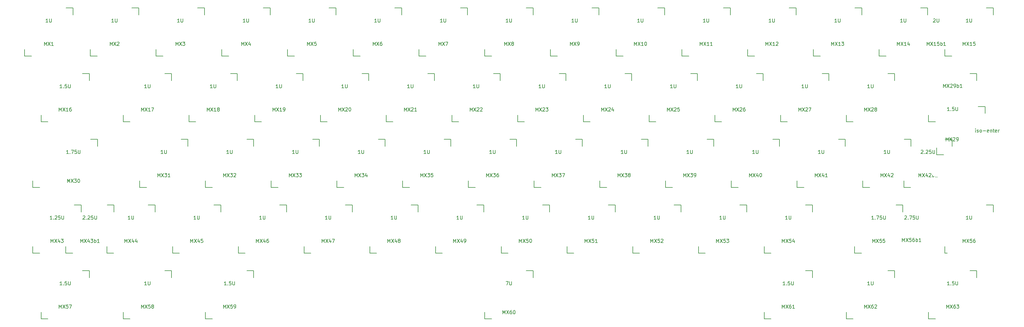
<source format=gbr>
%TF.GenerationSoftware,KiCad,Pcbnew,(6.0.8)*%
%TF.CreationDate,2022-10-24T21:08:13+02:00*%
%TF.ProjectId,cod67-iso,636f6436-372d-4697-936f-2e6b69636164,rev?*%
%TF.SameCoordinates,Original*%
%TF.FileFunction,Legend,Top*%
%TF.FilePolarity,Positive*%
%FSLAX46Y46*%
G04 Gerber Fmt 4.6, Leading zero omitted, Abs format (unit mm)*
G04 Created by KiCad (PCBNEW (6.0.8)) date 2022-10-24 21:08:13*
%MOMM*%
%LPD*%
G01*
G04 APERTURE LIST*
%ADD10C,0.150000*%
%ADD11C,3.987800*%
%ADD12C,1.750000*%
%ADD13C,1.701800*%
%ADD14C,3.048000*%
%ADD15C,0.650000*%
%ADD16O,1.000000X1.600000*%
%ADD17O,1.000000X2.100000*%
%ADD18C,0.800000*%
G04 APERTURE END LIST*
D10*
%TO.C,MX22*%
X167306845Y-74525130D02*
X167306845Y-73525130D01*
X167640178Y-74239416D01*
X167973511Y-73525130D01*
X167973511Y-74525130D01*
X168354464Y-73525130D02*
X169021130Y-74525130D01*
X169021130Y-73525130D02*
X168354464Y-74525130D01*
X169354464Y-73620369D02*
X169402083Y-73572750D01*
X169497321Y-73525130D01*
X169735416Y-73525130D01*
X169830654Y-73572750D01*
X169878273Y-73620369D01*
X169925892Y-73715607D01*
X169925892Y-73810845D01*
X169878273Y-73953702D01*
X169306845Y-74525130D01*
X169925892Y-74525130D01*
X170306845Y-73620369D02*
X170354464Y-73572750D01*
X170449702Y-73525130D01*
X170687797Y-73525130D01*
X170783035Y-73572750D01*
X170830654Y-73620369D01*
X170878273Y-73715607D01*
X170878273Y-73810845D01*
X170830654Y-73953702D01*
X170259226Y-74525130D01*
X170878273Y-74525130D01*
X168830654Y-67794130D02*
X168259226Y-67794130D01*
X168544940Y-67794130D02*
X168544940Y-66794130D01*
X168449702Y-66936988D01*
X168354464Y-67032226D01*
X168259226Y-67079845D01*
X169259226Y-66794130D02*
X169259226Y-67603654D01*
X169306845Y-67698892D01*
X169354464Y-67746511D01*
X169449702Y-67794130D01*
X169640178Y-67794130D01*
X169735416Y-67746511D01*
X169783035Y-67698892D01*
X169830654Y-67603654D01*
X169830654Y-66794130D01*
%TO.C,MX31*%
X76819345Y-93575130D02*
X76819345Y-92575130D01*
X77152678Y-93289416D01*
X77486011Y-92575130D01*
X77486011Y-93575130D01*
X77866964Y-92575130D02*
X78533630Y-93575130D01*
X78533630Y-92575130D02*
X77866964Y-93575130D01*
X78819345Y-92575130D02*
X79438392Y-92575130D01*
X79105059Y-92956083D01*
X79247916Y-92956083D01*
X79343154Y-93003702D01*
X79390773Y-93051321D01*
X79438392Y-93146559D01*
X79438392Y-93384654D01*
X79390773Y-93479892D01*
X79343154Y-93527511D01*
X79247916Y-93575130D01*
X78962202Y-93575130D01*
X78866964Y-93527511D01*
X78819345Y-93479892D01*
X80390773Y-93575130D02*
X79819345Y-93575130D01*
X80105059Y-93575130D02*
X80105059Y-92575130D01*
X80009821Y-92717988D01*
X79914583Y-92813226D01*
X79819345Y-92860845D01*
X78343154Y-86844130D02*
X77771726Y-86844130D01*
X78057440Y-86844130D02*
X78057440Y-85844130D01*
X77962202Y-85986988D01*
X77866964Y-86082226D01*
X77771726Y-86129845D01*
X78771726Y-85844130D02*
X78771726Y-86653654D01*
X78819345Y-86748892D01*
X78866964Y-86796511D01*
X78962202Y-86844130D01*
X79152678Y-86844130D01*
X79247916Y-86796511D01*
X79295535Y-86748892D01*
X79343154Y-86653654D01*
X79343154Y-85844130D01*
%TO.C,MX25*%
X224456845Y-74525130D02*
X224456845Y-73525130D01*
X224790178Y-74239416D01*
X225123511Y-73525130D01*
X225123511Y-74525130D01*
X225504464Y-73525130D02*
X226171130Y-74525130D01*
X226171130Y-73525130D02*
X225504464Y-74525130D01*
X226504464Y-73620369D02*
X226552083Y-73572750D01*
X226647321Y-73525130D01*
X226885416Y-73525130D01*
X226980654Y-73572750D01*
X227028273Y-73620369D01*
X227075892Y-73715607D01*
X227075892Y-73810845D01*
X227028273Y-73953702D01*
X226456845Y-74525130D01*
X227075892Y-74525130D01*
X227980654Y-73525130D02*
X227504464Y-73525130D01*
X227456845Y-74001321D01*
X227504464Y-73953702D01*
X227599702Y-73906083D01*
X227837797Y-73906083D01*
X227933035Y-73953702D01*
X227980654Y-74001321D01*
X228028273Y-74096559D01*
X228028273Y-74334654D01*
X227980654Y-74429892D01*
X227933035Y-74477511D01*
X227837797Y-74525130D01*
X227599702Y-74525130D01*
X227504464Y-74477511D01*
X227456845Y-74429892D01*
X225980654Y-67794130D02*
X225409226Y-67794130D01*
X225694940Y-67794130D02*
X225694940Y-66794130D01*
X225599702Y-66936988D01*
X225504464Y-67032226D01*
X225409226Y-67079845D01*
X226409226Y-66794130D02*
X226409226Y-67603654D01*
X226456845Y-67698892D01*
X226504464Y-67746511D01*
X226599702Y-67794130D01*
X226790178Y-67794130D01*
X226885416Y-67746511D01*
X226933035Y-67698892D01*
X226980654Y-67603654D01*
X226980654Y-66794130D01*
%TO.C,MX45*%
X86344345Y-112625130D02*
X86344345Y-111625130D01*
X86677678Y-112339416D01*
X87011011Y-111625130D01*
X87011011Y-112625130D01*
X87391964Y-111625130D02*
X88058630Y-112625130D01*
X88058630Y-111625130D02*
X87391964Y-112625130D01*
X88868154Y-111958464D02*
X88868154Y-112625130D01*
X88630059Y-111577511D02*
X88391964Y-112291797D01*
X89011011Y-112291797D01*
X89868154Y-111625130D02*
X89391964Y-111625130D01*
X89344345Y-112101321D01*
X89391964Y-112053702D01*
X89487202Y-112006083D01*
X89725297Y-112006083D01*
X89820535Y-112053702D01*
X89868154Y-112101321D01*
X89915773Y-112196559D01*
X89915773Y-112434654D01*
X89868154Y-112529892D01*
X89820535Y-112577511D01*
X89725297Y-112625130D01*
X89487202Y-112625130D01*
X89391964Y-112577511D01*
X89344345Y-112529892D01*
X87868154Y-105894130D02*
X87296726Y-105894130D01*
X87582440Y-105894130D02*
X87582440Y-104894130D01*
X87487202Y-105036988D01*
X87391964Y-105132226D01*
X87296726Y-105179845D01*
X88296726Y-104894130D02*
X88296726Y-105703654D01*
X88344345Y-105798892D01*
X88391964Y-105846511D01*
X88487202Y-105894130D01*
X88677678Y-105894130D01*
X88772916Y-105846511D01*
X88820535Y-105798892D01*
X88868154Y-105703654D01*
X88868154Y-104894130D01*
%TO.C,MX6*%
X139208035Y-55475130D02*
X139208035Y-54475130D01*
X139541369Y-55189416D01*
X139874702Y-54475130D01*
X139874702Y-55475130D01*
X140255654Y-54475130D02*
X140922321Y-55475130D01*
X140922321Y-54475130D02*
X140255654Y-55475130D01*
X141731845Y-54475130D02*
X141541369Y-54475130D01*
X141446130Y-54522750D01*
X141398511Y-54570369D01*
X141303273Y-54713226D01*
X141255654Y-54903702D01*
X141255654Y-55284654D01*
X141303273Y-55379892D01*
X141350892Y-55427511D01*
X141446130Y-55475130D01*
X141636607Y-55475130D01*
X141731845Y-55427511D01*
X141779464Y-55379892D01*
X141827083Y-55284654D01*
X141827083Y-55046559D01*
X141779464Y-54951321D01*
X141731845Y-54903702D01*
X141636607Y-54856083D01*
X141446130Y-54856083D01*
X141350892Y-54903702D01*
X141303273Y-54951321D01*
X141255654Y-55046559D01*
X140255654Y-48744130D02*
X139684226Y-48744130D01*
X139969940Y-48744130D02*
X139969940Y-47744130D01*
X139874702Y-47886988D01*
X139779464Y-47982226D01*
X139684226Y-48029845D01*
X140684226Y-47744130D02*
X140684226Y-48553654D01*
X140731845Y-48648892D01*
X140779464Y-48696511D01*
X140874702Y-48744130D01*
X141065178Y-48744130D01*
X141160416Y-48696511D01*
X141208035Y-48648892D01*
X141255654Y-48553654D01*
X141255654Y-47744130D01*
%TO.C,MX19*%
X110156845Y-74525130D02*
X110156845Y-73525130D01*
X110490178Y-74239416D01*
X110823511Y-73525130D01*
X110823511Y-74525130D01*
X111204464Y-73525130D02*
X111871130Y-74525130D01*
X111871130Y-73525130D02*
X111204464Y-74525130D01*
X112775892Y-74525130D02*
X112204464Y-74525130D01*
X112490178Y-74525130D02*
X112490178Y-73525130D01*
X112394940Y-73667988D01*
X112299702Y-73763226D01*
X112204464Y-73810845D01*
X113252083Y-74525130D02*
X113442559Y-74525130D01*
X113537797Y-74477511D01*
X113585416Y-74429892D01*
X113680654Y-74287035D01*
X113728273Y-74096559D01*
X113728273Y-73715607D01*
X113680654Y-73620369D01*
X113633035Y-73572750D01*
X113537797Y-73525130D01*
X113347321Y-73525130D01*
X113252083Y-73572750D01*
X113204464Y-73620369D01*
X113156845Y-73715607D01*
X113156845Y-73953702D01*
X113204464Y-74048940D01*
X113252083Y-74096559D01*
X113347321Y-74144178D01*
X113537797Y-74144178D01*
X113633035Y-74096559D01*
X113680654Y-74048940D01*
X113728273Y-73953702D01*
X111680654Y-67794130D02*
X111109226Y-67794130D01*
X111394940Y-67794130D02*
X111394940Y-66794130D01*
X111299702Y-66936988D01*
X111204464Y-67032226D01*
X111109226Y-67079845D01*
X112109226Y-66794130D02*
X112109226Y-67603654D01*
X112156845Y-67698892D01*
X112204464Y-67746511D01*
X112299702Y-67794130D01*
X112490178Y-67794130D01*
X112585416Y-67746511D01*
X112633035Y-67698892D01*
X112680654Y-67603654D01*
X112680654Y-66794130D01*
%TO.C,MX30*%
X50625595Y-95226130D02*
X50625595Y-94226130D01*
X50958928Y-94940416D01*
X51292261Y-94226130D01*
X51292261Y-95226130D01*
X51673214Y-94226130D02*
X52339880Y-95226130D01*
X52339880Y-94226130D02*
X51673214Y-95226130D01*
X52625595Y-94226130D02*
X53244642Y-94226130D01*
X52911309Y-94607083D01*
X53054166Y-94607083D01*
X53149404Y-94654702D01*
X53197023Y-94702321D01*
X53244642Y-94797559D01*
X53244642Y-95035654D01*
X53197023Y-95130892D01*
X53149404Y-95178511D01*
X53054166Y-95226130D01*
X52768452Y-95226130D01*
X52673214Y-95178511D01*
X52625595Y-95130892D01*
X53863690Y-94226130D02*
X53958928Y-94226130D01*
X54054166Y-94273750D01*
X54101785Y-94321369D01*
X54149404Y-94416607D01*
X54197023Y-94607083D01*
X54197023Y-94845178D01*
X54149404Y-95035654D01*
X54101785Y-95130892D01*
X54054166Y-95178511D01*
X53958928Y-95226130D01*
X53863690Y-95226130D01*
X53768452Y-95178511D01*
X53720833Y-95130892D01*
X53673214Y-95035654D01*
X53625595Y-94845178D01*
X53625595Y-94607083D01*
X53673214Y-94416607D01*
X53720833Y-94321369D01*
X53768452Y-94273750D01*
X53863690Y-94226130D01*
X50958928Y-86844130D02*
X50387500Y-86844130D01*
X50673214Y-86844130D02*
X50673214Y-85844130D01*
X50577976Y-85986988D01*
X50482738Y-86082226D01*
X50387500Y-86129845D01*
X51387500Y-86748892D02*
X51435119Y-86796511D01*
X51387500Y-86844130D01*
X51339880Y-86796511D01*
X51387500Y-86748892D01*
X51387500Y-86844130D01*
X51768452Y-85844130D02*
X52435119Y-85844130D01*
X52006547Y-86844130D01*
X53292261Y-85844130D02*
X52816071Y-85844130D01*
X52768452Y-86320321D01*
X52816071Y-86272702D01*
X52911309Y-86225083D01*
X53149404Y-86225083D01*
X53244642Y-86272702D01*
X53292261Y-86320321D01*
X53339880Y-86415559D01*
X53339880Y-86653654D01*
X53292261Y-86748892D01*
X53244642Y-86796511D01*
X53149404Y-86844130D01*
X52911309Y-86844130D01*
X52816071Y-86796511D01*
X52768452Y-86748892D01*
X53768452Y-85844130D02*
X53768452Y-86653654D01*
X53816071Y-86748892D01*
X53863690Y-86796511D01*
X53958928Y-86844130D01*
X54149404Y-86844130D01*
X54244642Y-86796511D01*
X54292261Y-86748892D01*
X54339880Y-86653654D01*
X54339880Y-85844130D01*
%TO.C,MX33*%
X114919345Y-93575130D02*
X114919345Y-92575130D01*
X115252678Y-93289416D01*
X115586011Y-92575130D01*
X115586011Y-93575130D01*
X115966964Y-92575130D02*
X116633630Y-93575130D01*
X116633630Y-92575130D02*
X115966964Y-93575130D01*
X116919345Y-92575130D02*
X117538392Y-92575130D01*
X117205059Y-92956083D01*
X117347916Y-92956083D01*
X117443154Y-93003702D01*
X117490773Y-93051321D01*
X117538392Y-93146559D01*
X117538392Y-93384654D01*
X117490773Y-93479892D01*
X117443154Y-93527511D01*
X117347916Y-93575130D01*
X117062202Y-93575130D01*
X116966964Y-93527511D01*
X116919345Y-93479892D01*
X117871726Y-92575130D02*
X118490773Y-92575130D01*
X118157440Y-92956083D01*
X118300297Y-92956083D01*
X118395535Y-93003702D01*
X118443154Y-93051321D01*
X118490773Y-93146559D01*
X118490773Y-93384654D01*
X118443154Y-93479892D01*
X118395535Y-93527511D01*
X118300297Y-93575130D01*
X118014583Y-93575130D01*
X117919345Y-93527511D01*
X117871726Y-93479892D01*
X116443154Y-86844130D02*
X115871726Y-86844130D01*
X116157440Y-86844130D02*
X116157440Y-85844130D01*
X116062202Y-85986988D01*
X115966964Y-86082226D01*
X115871726Y-86129845D01*
X116871726Y-85844130D02*
X116871726Y-86653654D01*
X116919345Y-86748892D01*
X116966964Y-86796511D01*
X117062202Y-86844130D01*
X117252678Y-86844130D01*
X117347916Y-86796511D01*
X117395535Y-86748892D01*
X117443154Y-86653654D01*
X117443154Y-85844130D01*
%TO.C,MX42*%
X286369345Y-93575130D02*
X286369345Y-92575130D01*
X286702678Y-93289416D01*
X287036011Y-92575130D01*
X287036011Y-93575130D01*
X287416964Y-92575130D02*
X288083630Y-93575130D01*
X288083630Y-92575130D02*
X287416964Y-93575130D01*
X288893154Y-92908464D02*
X288893154Y-93575130D01*
X288655059Y-92527511D02*
X288416964Y-93241797D01*
X289036011Y-93241797D01*
X289369345Y-92670369D02*
X289416964Y-92622750D01*
X289512202Y-92575130D01*
X289750297Y-92575130D01*
X289845535Y-92622750D01*
X289893154Y-92670369D01*
X289940773Y-92765607D01*
X289940773Y-92860845D01*
X289893154Y-93003702D01*
X289321726Y-93575130D01*
X289940773Y-93575130D01*
X287893154Y-86844130D02*
X287321726Y-86844130D01*
X287607440Y-86844130D02*
X287607440Y-85844130D01*
X287512202Y-85986988D01*
X287416964Y-86082226D01*
X287321726Y-86129845D01*
X288321726Y-85844130D02*
X288321726Y-86653654D01*
X288369345Y-86748892D01*
X288416964Y-86796511D01*
X288512202Y-86844130D01*
X288702678Y-86844130D01*
X288797916Y-86796511D01*
X288845535Y-86748892D01*
X288893154Y-86653654D01*
X288893154Y-85844130D01*
%TO.C,MX56*%
X310181845Y-112625130D02*
X310181845Y-111625130D01*
X310515178Y-112339416D01*
X310848511Y-111625130D01*
X310848511Y-112625130D01*
X311229464Y-111625130D02*
X311896130Y-112625130D01*
X311896130Y-111625130D02*
X311229464Y-112625130D01*
X312753273Y-111625130D02*
X312277083Y-111625130D01*
X312229464Y-112101321D01*
X312277083Y-112053702D01*
X312372321Y-112006083D01*
X312610416Y-112006083D01*
X312705654Y-112053702D01*
X312753273Y-112101321D01*
X312800892Y-112196559D01*
X312800892Y-112434654D01*
X312753273Y-112529892D01*
X312705654Y-112577511D01*
X312610416Y-112625130D01*
X312372321Y-112625130D01*
X312277083Y-112577511D01*
X312229464Y-112529892D01*
X313658035Y-111625130D02*
X313467559Y-111625130D01*
X313372321Y-111672750D01*
X313324702Y-111720369D01*
X313229464Y-111863226D01*
X313181845Y-112053702D01*
X313181845Y-112434654D01*
X313229464Y-112529892D01*
X313277083Y-112577511D01*
X313372321Y-112625130D01*
X313562797Y-112625130D01*
X313658035Y-112577511D01*
X313705654Y-112529892D01*
X313753273Y-112434654D01*
X313753273Y-112196559D01*
X313705654Y-112101321D01*
X313658035Y-112053702D01*
X313562797Y-112006083D01*
X313372321Y-112006083D01*
X313277083Y-112053702D01*
X313229464Y-112101321D01*
X313181845Y-112196559D01*
X311705654Y-105894130D02*
X311134226Y-105894130D01*
X311419940Y-105894130D02*
X311419940Y-104894130D01*
X311324702Y-105036988D01*
X311229464Y-105132226D01*
X311134226Y-105179845D01*
X312134226Y-104894130D02*
X312134226Y-105703654D01*
X312181845Y-105798892D01*
X312229464Y-105846511D01*
X312324702Y-105894130D01*
X312515178Y-105894130D01*
X312610416Y-105846511D01*
X312658035Y-105798892D01*
X312705654Y-105703654D01*
X312705654Y-104894130D01*
%TO.C,MX29*%
X305260595Y-83161130D02*
X305260595Y-82161130D01*
X305593928Y-82875416D01*
X305927261Y-82161130D01*
X305927261Y-83161130D01*
X306308214Y-82161130D02*
X306974880Y-83161130D01*
X306974880Y-82161130D02*
X306308214Y-83161130D01*
X307308214Y-82256369D02*
X307355833Y-82208750D01*
X307451071Y-82161130D01*
X307689166Y-82161130D01*
X307784404Y-82208750D01*
X307832023Y-82256369D01*
X307879642Y-82351607D01*
X307879642Y-82446845D01*
X307832023Y-82589702D01*
X307260595Y-83161130D01*
X307879642Y-83161130D01*
X308355833Y-83161130D02*
X308546309Y-83161130D01*
X308641547Y-83113511D01*
X308689166Y-83065892D01*
X308784404Y-82923035D01*
X308832023Y-82732559D01*
X308832023Y-82351607D01*
X308784404Y-82256369D01*
X308736785Y-82208750D01*
X308641547Y-82161130D01*
X308451071Y-82161130D01*
X308355833Y-82208750D01*
X308308214Y-82256369D01*
X308260595Y-82351607D01*
X308260595Y-82589702D01*
X308308214Y-82684940D01*
X308355833Y-82732559D01*
X308451071Y-82780178D01*
X308641547Y-82780178D01*
X308736785Y-82732559D01*
X308784404Y-82684940D01*
X308832023Y-82589702D01*
X313801547Y-80621130D02*
X313801547Y-79954464D01*
X313801547Y-79621130D02*
X313753928Y-79668750D01*
X313801547Y-79716369D01*
X313849166Y-79668750D01*
X313801547Y-79621130D01*
X313801547Y-79716369D01*
X314230119Y-80573511D02*
X314325357Y-80621130D01*
X314515833Y-80621130D01*
X314611071Y-80573511D01*
X314658690Y-80478273D01*
X314658690Y-80430654D01*
X314611071Y-80335416D01*
X314515833Y-80287797D01*
X314372976Y-80287797D01*
X314277738Y-80240178D01*
X314230119Y-80144940D01*
X314230119Y-80097321D01*
X314277738Y-80002083D01*
X314372976Y-79954464D01*
X314515833Y-79954464D01*
X314611071Y-80002083D01*
X315230119Y-80621130D02*
X315134880Y-80573511D01*
X315087261Y-80525892D01*
X315039642Y-80430654D01*
X315039642Y-80144940D01*
X315087261Y-80049702D01*
X315134880Y-80002083D01*
X315230119Y-79954464D01*
X315372976Y-79954464D01*
X315468214Y-80002083D01*
X315515833Y-80049702D01*
X315563452Y-80144940D01*
X315563452Y-80430654D01*
X315515833Y-80525892D01*
X315468214Y-80573511D01*
X315372976Y-80621130D01*
X315230119Y-80621130D01*
X315992023Y-80240178D02*
X316753928Y-80240178D01*
X317611071Y-80573511D02*
X317515833Y-80621130D01*
X317325357Y-80621130D01*
X317230119Y-80573511D01*
X317182500Y-80478273D01*
X317182500Y-80097321D01*
X317230119Y-80002083D01*
X317325357Y-79954464D01*
X317515833Y-79954464D01*
X317611071Y-80002083D01*
X317658690Y-80097321D01*
X317658690Y-80192559D01*
X317182500Y-80287797D01*
X318087261Y-79954464D02*
X318087261Y-80621130D01*
X318087261Y-80049702D02*
X318134880Y-80002083D01*
X318230119Y-79954464D01*
X318372976Y-79954464D01*
X318468214Y-80002083D01*
X318515833Y-80097321D01*
X318515833Y-80621130D01*
X318849166Y-79954464D02*
X319230119Y-79954464D01*
X318992023Y-79621130D02*
X318992023Y-80478273D01*
X319039642Y-80573511D01*
X319134880Y-80621130D01*
X319230119Y-80621130D01*
X319944404Y-80573511D02*
X319849166Y-80621130D01*
X319658690Y-80621130D01*
X319563452Y-80573511D01*
X319515833Y-80478273D01*
X319515833Y-80097321D01*
X319563452Y-80002083D01*
X319658690Y-79954464D01*
X319849166Y-79954464D01*
X319944404Y-80002083D01*
X319992023Y-80097321D01*
X319992023Y-80192559D01*
X319515833Y-80287797D01*
X320420595Y-80621130D02*
X320420595Y-79954464D01*
X320420595Y-80144940D02*
X320468214Y-80049702D01*
X320515833Y-80002083D01*
X320611071Y-79954464D01*
X320706309Y-79954464D01*
%TO.C,MX60*%
X176831845Y-133326130D02*
X176831845Y-132326130D01*
X177165178Y-133040416D01*
X177498511Y-132326130D01*
X177498511Y-133326130D01*
X177879464Y-132326130D02*
X178546130Y-133326130D01*
X178546130Y-132326130D02*
X177879464Y-133326130D01*
X179355654Y-132326130D02*
X179165178Y-132326130D01*
X179069940Y-132373750D01*
X179022321Y-132421369D01*
X178927083Y-132564226D01*
X178879464Y-132754702D01*
X178879464Y-133135654D01*
X178927083Y-133230892D01*
X178974702Y-133278511D01*
X179069940Y-133326130D01*
X179260416Y-133326130D01*
X179355654Y-133278511D01*
X179403273Y-133230892D01*
X179450892Y-133135654D01*
X179450892Y-132897559D01*
X179403273Y-132802321D01*
X179355654Y-132754702D01*
X179260416Y-132707083D01*
X179069940Y-132707083D01*
X178974702Y-132754702D01*
X178927083Y-132802321D01*
X178879464Y-132897559D01*
X180069940Y-132326130D02*
X180165178Y-132326130D01*
X180260416Y-132373750D01*
X180308035Y-132421369D01*
X180355654Y-132516607D01*
X180403273Y-132707083D01*
X180403273Y-132945178D01*
X180355654Y-133135654D01*
X180308035Y-133230892D01*
X180260416Y-133278511D01*
X180165178Y-133326130D01*
X180069940Y-133326130D01*
X179974702Y-133278511D01*
X179927083Y-133230892D01*
X179879464Y-133135654D01*
X179831845Y-132945178D01*
X179831845Y-132707083D01*
X179879464Y-132516607D01*
X179927083Y-132421369D01*
X179974702Y-132373750D01*
X180069940Y-132326130D01*
X177736607Y-123944130D02*
X178403273Y-123944130D01*
X177974702Y-124944130D01*
X178784226Y-123944130D02*
X178784226Y-124753654D01*
X178831845Y-124848892D01*
X178879464Y-124896511D01*
X178974702Y-124944130D01*
X179165178Y-124944130D01*
X179260416Y-124896511D01*
X179308035Y-124848892D01*
X179355654Y-124753654D01*
X179355654Y-123944130D01*
%TO.C,MX37*%
X191119345Y-93575130D02*
X191119345Y-92575130D01*
X191452678Y-93289416D01*
X191786011Y-92575130D01*
X191786011Y-93575130D01*
X192166964Y-92575130D02*
X192833630Y-93575130D01*
X192833630Y-92575130D02*
X192166964Y-93575130D01*
X193119345Y-92575130D02*
X193738392Y-92575130D01*
X193405059Y-92956083D01*
X193547916Y-92956083D01*
X193643154Y-93003702D01*
X193690773Y-93051321D01*
X193738392Y-93146559D01*
X193738392Y-93384654D01*
X193690773Y-93479892D01*
X193643154Y-93527511D01*
X193547916Y-93575130D01*
X193262202Y-93575130D01*
X193166964Y-93527511D01*
X193119345Y-93479892D01*
X194071726Y-92575130D02*
X194738392Y-92575130D01*
X194309821Y-93575130D01*
X192643154Y-86844130D02*
X192071726Y-86844130D01*
X192357440Y-86844130D02*
X192357440Y-85844130D01*
X192262202Y-85986988D01*
X192166964Y-86082226D01*
X192071726Y-86129845D01*
X193071726Y-85844130D02*
X193071726Y-86653654D01*
X193119345Y-86748892D01*
X193166964Y-86796511D01*
X193262202Y-86844130D01*
X193452678Y-86844130D01*
X193547916Y-86796511D01*
X193595535Y-86748892D01*
X193643154Y-86653654D01*
X193643154Y-85844130D01*
%TO.C,MX28*%
X281606845Y-74525130D02*
X281606845Y-73525130D01*
X281940178Y-74239416D01*
X282273511Y-73525130D01*
X282273511Y-74525130D01*
X282654464Y-73525130D02*
X283321130Y-74525130D01*
X283321130Y-73525130D02*
X282654464Y-74525130D01*
X283654464Y-73620369D02*
X283702083Y-73572750D01*
X283797321Y-73525130D01*
X284035416Y-73525130D01*
X284130654Y-73572750D01*
X284178273Y-73620369D01*
X284225892Y-73715607D01*
X284225892Y-73810845D01*
X284178273Y-73953702D01*
X283606845Y-74525130D01*
X284225892Y-74525130D01*
X284797321Y-73953702D02*
X284702083Y-73906083D01*
X284654464Y-73858464D01*
X284606845Y-73763226D01*
X284606845Y-73715607D01*
X284654464Y-73620369D01*
X284702083Y-73572750D01*
X284797321Y-73525130D01*
X284987797Y-73525130D01*
X285083035Y-73572750D01*
X285130654Y-73620369D01*
X285178273Y-73715607D01*
X285178273Y-73763226D01*
X285130654Y-73858464D01*
X285083035Y-73906083D01*
X284987797Y-73953702D01*
X284797321Y-73953702D01*
X284702083Y-74001321D01*
X284654464Y-74048940D01*
X284606845Y-74144178D01*
X284606845Y-74334654D01*
X284654464Y-74429892D01*
X284702083Y-74477511D01*
X284797321Y-74525130D01*
X284987797Y-74525130D01*
X285083035Y-74477511D01*
X285130654Y-74429892D01*
X285178273Y-74334654D01*
X285178273Y-74144178D01*
X285130654Y-74048940D01*
X285083035Y-74001321D01*
X284987797Y-73953702D01*
X283130654Y-67794130D02*
X282559226Y-67794130D01*
X282844940Y-67794130D02*
X282844940Y-66794130D01*
X282749702Y-66936988D01*
X282654464Y-67032226D01*
X282559226Y-67079845D01*
X283559226Y-66794130D02*
X283559226Y-67603654D01*
X283606845Y-67698892D01*
X283654464Y-67746511D01*
X283749702Y-67794130D01*
X283940178Y-67794130D01*
X284035416Y-67746511D01*
X284083035Y-67698892D01*
X284130654Y-67603654D01*
X284130654Y-66794130D01*
%TO.C,MX5*%
X120158035Y-55475130D02*
X120158035Y-54475130D01*
X120491369Y-55189416D01*
X120824702Y-54475130D01*
X120824702Y-55475130D01*
X121205654Y-54475130D02*
X121872321Y-55475130D01*
X121872321Y-54475130D02*
X121205654Y-55475130D01*
X122729464Y-54475130D02*
X122253273Y-54475130D01*
X122205654Y-54951321D01*
X122253273Y-54903702D01*
X122348511Y-54856083D01*
X122586607Y-54856083D01*
X122681845Y-54903702D01*
X122729464Y-54951321D01*
X122777083Y-55046559D01*
X122777083Y-55284654D01*
X122729464Y-55379892D01*
X122681845Y-55427511D01*
X122586607Y-55475130D01*
X122348511Y-55475130D01*
X122253273Y-55427511D01*
X122205654Y-55379892D01*
X121205654Y-48744130D02*
X120634226Y-48744130D01*
X120919940Y-48744130D02*
X120919940Y-47744130D01*
X120824702Y-47886988D01*
X120729464Y-47982226D01*
X120634226Y-48029845D01*
X121634226Y-47744130D02*
X121634226Y-48553654D01*
X121681845Y-48648892D01*
X121729464Y-48696511D01*
X121824702Y-48744130D01*
X122015178Y-48744130D01*
X122110416Y-48696511D01*
X122158035Y-48648892D01*
X122205654Y-48553654D01*
X122205654Y-47744130D01*
%TO.C,MX61*%
X257794345Y-131675130D02*
X257794345Y-130675130D01*
X258127678Y-131389416D01*
X258461011Y-130675130D01*
X258461011Y-131675130D01*
X258841964Y-130675130D02*
X259508630Y-131675130D01*
X259508630Y-130675130D02*
X258841964Y-131675130D01*
X260318154Y-130675130D02*
X260127678Y-130675130D01*
X260032440Y-130722750D01*
X259984821Y-130770369D01*
X259889583Y-130913226D01*
X259841964Y-131103702D01*
X259841964Y-131484654D01*
X259889583Y-131579892D01*
X259937202Y-131627511D01*
X260032440Y-131675130D01*
X260222916Y-131675130D01*
X260318154Y-131627511D01*
X260365773Y-131579892D01*
X260413392Y-131484654D01*
X260413392Y-131246559D01*
X260365773Y-131151321D01*
X260318154Y-131103702D01*
X260222916Y-131056083D01*
X260032440Y-131056083D01*
X259937202Y-131103702D01*
X259889583Y-131151321D01*
X259841964Y-131246559D01*
X261365773Y-131675130D02*
X260794345Y-131675130D01*
X261080059Y-131675130D02*
X261080059Y-130675130D01*
X260984821Y-130817988D01*
X260889583Y-130913226D01*
X260794345Y-130960845D01*
X258603869Y-124944130D02*
X258032440Y-124944130D01*
X258318154Y-124944130D02*
X258318154Y-123944130D01*
X258222916Y-124086988D01*
X258127678Y-124182226D01*
X258032440Y-124229845D01*
X259032440Y-124848892D02*
X259080059Y-124896511D01*
X259032440Y-124944130D01*
X258984821Y-124896511D01*
X259032440Y-124848892D01*
X259032440Y-124944130D01*
X259984821Y-123944130D02*
X259508630Y-123944130D01*
X259461011Y-124420321D01*
X259508630Y-124372702D01*
X259603869Y-124325083D01*
X259841964Y-124325083D01*
X259937202Y-124372702D01*
X259984821Y-124420321D01*
X260032440Y-124515559D01*
X260032440Y-124753654D01*
X259984821Y-124848892D01*
X259937202Y-124896511D01*
X259841964Y-124944130D01*
X259603869Y-124944130D01*
X259508630Y-124896511D01*
X259461011Y-124848892D01*
X260461011Y-123944130D02*
X260461011Y-124753654D01*
X260508630Y-124848892D01*
X260556250Y-124896511D01*
X260651488Y-124944130D01*
X260841964Y-124944130D01*
X260937202Y-124896511D01*
X260984821Y-124848892D01*
X261032440Y-124753654D01*
X261032440Y-123944130D01*
%TO.C,MX35*%
X153019345Y-93575130D02*
X153019345Y-92575130D01*
X153352678Y-93289416D01*
X153686011Y-92575130D01*
X153686011Y-93575130D01*
X154066964Y-92575130D02*
X154733630Y-93575130D01*
X154733630Y-92575130D02*
X154066964Y-93575130D01*
X155019345Y-92575130D02*
X155638392Y-92575130D01*
X155305059Y-92956083D01*
X155447916Y-92956083D01*
X155543154Y-93003702D01*
X155590773Y-93051321D01*
X155638392Y-93146559D01*
X155638392Y-93384654D01*
X155590773Y-93479892D01*
X155543154Y-93527511D01*
X155447916Y-93575130D01*
X155162202Y-93575130D01*
X155066964Y-93527511D01*
X155019345Y-93479892D01*
X156543154Y-92575130D02*
X156066964Y-92575130D01*
X156019345Y-93051321D01*
X156066964Y-93003702D01*
X156162202Y-92956083D01*
X156400297Y-92956083D01*
X156495535Y-93003702D01*
X156543154Y-93051321D01*
X156590773Y-93146559D01*
X156590773Y-93384654D01*
X156543154Y-93479892D01*
X156495535Y-93527511D01*
X156400297Y-93575130D01*
X156162202Y-93575130D01*
X156066964Y-93527511D01*
X156019345Y-93479892D01*
X154543154Y-86844130D02*
X153971726Y-86844130D01*
X154257440Y-86844130D02*
X154257440Y-85844130D01*
X154162202Y-85986988D01*
X154066964Y-86082226D01*
X153971726Y-86129845D01*
X154971726Y-85844130D02*
X154971726Y-86653654D01*
X155019345Y-86748892D01*
X155066964Y-86796511D01*
X155162202Y-86844130D01*
X155352678Y-86844130D01*
X155447916Y-86796511D01*
X155495535Y-86748892D01*
X155543154Y-86653654D01*
X155543154Y-85844130D01*
%TO.C,MX34*%
X133969345Y-93575130D02*
X133969345Y-92575130D01*
X134302678Y-93289416D01*
X134636011Y-92575130D01*
X134636011Y-93575130D01*
X135016964Y-92575130D02*
X135683630Y-93575130D01*
X135683630Y-92575130D02*
X135016964Y-93575130D01*
X135969345Y-92575130D02*
X136588392Y-92575130D01*
X136255059Y-92956083D01*
X136397916Y-92956083D01*
X136493154Y-93003702D01*
X136540773Y-93051321D01*
X136588392Y-93146559D01*
X136588392Y-93384654D01*
X136540773Y-93479892D01*
X136493154Y-93527511D01*
X136397916Y-93575130D01*
X136112202Y-93575130D01*
X136016964Y-93527511D01*
X135969345Y-93479892D01*
X137445535Y-92908464D02*
X137445535Y-93575130D01*
X137207440Y-92527511D02*
X136969345Y-93241797D01*
X137588392Y-93241797D01*
X135493154Y-86844130D02*
X134921726Y-86844130D01*
X135207440Y-86844130D02*
X135207440Y-85844130D01*
X135112202Y-85986988D01*
X135016964Y-86082226D01*
X134921726Y-86129845D01*
X135921726Y-85844130D02*
X135921726Y-86653654D01*
X135969345Y-86748892D01*
X136016964Y-86796511D01*
X136112202Y-86844130D01*
X136302678Y-86844130D01*
X136397916Y-86796511D01*
X136445535Y-86748892D01*
X136493154Y-86653654D01*
X136493154Y-85844130D01*
%TO.C,MX14*%
X291131845Y-55475130D02*
X291131845Y-54475130D01*
X291465178Y-55189416D01*
X291798511Y-54475130D01*
X291798511Y-55475130D01*
X292179464Y-54475130D02*
X292846130Y-55475130D01*
X292846130Y-54475130D02*
X292179464Y-55475130D01*
X293750892Y-55475130D02*
X293179464Y-55475130D01*
X293465178Y-55475130D02*
X293465178Y-54475130D01*
X293369940Y-54617988D01*
X293274702Y-54713226D01*
X293179464Y-54760845D01*
X294608035Y-54808464D02*
X294608035Y-55475130D01*
X294369940Y-54427511D02*
X294131845Y-55141797D01*
X294750892Y-55141797D01*
X292655654Y-48744130D02*
X292084226Y-48744130D01*
X292369940Y-48744130D02*
X292369940Y-47744130D01*
X292274702Y-47886988D01*
X292179464Y-47982226D01*
X292084226Y-48029845D01*
X293084226Y-47744130D02*
X293084226Y-48553654D01*
X293131845Y-48648892D01*
X293179464Y-48696511D01*
X293274702Y-48744130D01*
X293465178Y-48744130D01*
X293560416Y-48696511D01*
X293608035Y-48648892D01*
X293655654Y-48553654D01*
X293655654Y-47744130D01*
%TO.C,MX53*%
X238744345Y-112625130D02*
X238744345Y-111625130D01*
X239077678Y-112339416D01*
X239411011Y-111625130D01*
X239411011Y-112625130D01*
X239791964Y-111625130D02*
X240458630Y-112625130D01*
X240458630Y-111625130D02*
X239791964Y-112625130D01*
X241315773Y-111625130D02*
X240839583Y-111625130D01*
X240791964Y-112101321D01*
X240839583Y-112053702D01*
X240934821Y-112006083D01*
X241172916Y-112006083D01*
X241268154Y-112053702D01*
X241315773Y-112101321D01*
X241363392Y-112196559D01*
X241363392Y-112434654D01*
X241315773Y-112529892D01*
X241268154Y-112577511D01*
X241172916Y-112625130D01*
X240934821Y-112625130D01*
X240839583Y-112577511D01*
X240791964Y-112529892D01*
X241696726Y-111625130D02*
X242315773Y-111625130D01*
X241982440Y-112006083D01*
X242125297Y-112006083D01*
X242220535Y-112053702D01*
X242268154Y-112101321D01*
X242315773Y-112196559D01*
X242315773Y-112434654D01*
X242268154Y-112529892D01*
X242220535Y-112577511D01*
X242125297Y-112625130D01*
X241839583Y-112625130D01*
X241744345Y-112577511D01*
X241696726Y-112529892D01*
X240268154Y-105894130D02*
X239696726Y-105894130D01*
X239982440Y-105894130D02*
X239982440Y-104894130D01*
X239887202Y-105036988D01*
X239791964Y-105132226D01*
X239696726Y-105179845D01*
X240696726Y-104894130D02*
X240696726Y-105703654D01*
X240744345Y-105798892D01*
X240791964Y-105846511D01*
X240887202Y-105894130D01*
X241077678Y-105894130D01*
X241172916Y-105846511D01*
X241220535Y-105798892D01*
X241268154Y-105703654D01*
X241268154Y-104894130D01*
%TO.C,MX42b1*%
X297347023Y-93575130D02*
X297347023Y-92575130D01*
X297680357Y-93289416D01*
X298013690Y-92575130D01*
X298013690Y-93575130D01*
X298394642Y-92575130D02*
X299061309Y-93575130D01*
X299061309Y-92575130D02*
X298394642Y-93575130D01*
X299870833Y-92908464D02*
X299870833Y-93575130D01*
X299632738Y-92527511D02*
X299394642Y-93241797D01*
X300013690Y-93241797D01*
X300347023Y-92670369D02*
X300394642Y-92622750D01*
X300489880Y-92575130D01*
X300727976Y-92575130D01*
X300823214Y-92622750D01*
X300870833Y-92670369D01*
X300918452Y-92765607D01*
X300918452Y-92860845D01*
X300870833Y-93003702D01*
X300299404Y-93575130D01*
X300918452Y-93575130D01*
X301347023Y-93575130D02*
X301347023Y-92575130D01*
X301347023Y-92956083D02*
X301442261Y-92908464D01*
X301632738Y-92908464D01*
X301727976Y-92956083D01*
X301775595Y-93003702D01*
X301823214Y-93098940D01*
X301823214Y-93384654D01*
X301775595Y-93479892D01*
X301727976Y-93527511D01*
X301632738Y-93575130D01*
X301442261Y-93575130D01*
X301347023Y-93527511D01*
X302775595Y-93575130D02*
X302204166Y-93575130D01*
X302489880Y-93575130D02*
X302489880Y-92575130D01*
X302394642Y-92717988D01*
X302299404Y-92813226D01*
X302204166Y-92860845D01*
X298037500Y-85939369D02*
X298085119Y-85891750D01*
X298180357Y-85844130D01*
X298418452Y-85844130D01*
X298513690Y-85891750D01*
X298561309Y-85939369D01*
X298608928Y-86034607D01*
X298608928Y-86129845D01*
X298561309Y-86272702D01*
X297989880Y-86844130D01*
X298608928Y-86844130D01*
X299037500Y-86748892D02*
X299085119Y-86796511D01*
X299037500Y-86844130D01*
X298989880Y-86796511D01*
X299037500Y-86748892D01*
X299037500Y-86844130D01*
X299466071Y-85939369D02*
X299513690Y-85891750D01*
X299608928Y-85844130D01*
X299847023Y-85844130D01*
X299942261Y-85891750D01*
X299989880Y-85939369D01*
X300037500Y-86034607D01*
X300037500Y-86129845D01*
X299989880Y-86272702D01*
X299418452Y-86844130D01*
X300037500Y-86844130D01*
X300942261Y-85844130D02*
X300466071Y-85844130D01*
X300418452Y-86320321D01*
X300466071Y-86272702D01*
X300561309Y-86225083D01*
X300799404Y-86225083D01*
X300894642Y-86272702D01*
X300942261Y-86320321D01*
X300989880Y-86415559D01*
X300989880Y-86653654D01*
X300942261Y-86748892D01*
X300894642Y-86796511D01*
X300799404Y-86844130D01*
X300561309Y-86844130D01*
X300466071Y-86796511D01*
X300418452Y-86748892D01*
X301418452Y-85844130D02*
X301418452Y-86653654D01*
X301466071Y-86748892D01*
X301513690Y-86796511D01*
X301608928Y-86844130D01*
X301799404Y-86844130D01*
X301894642Y-86796511D01*
X301942261Y-86748892D01*
X301989880Y-86653654D01*
X301989880Y-85844130D01*
%TO.C,MX2*%
X63008035Y-55475130D02*
X63008035Y-54475130D01*
X63341369Y-55189416D01*
X63674702Y-54475130D01*
X63674702Y-55475130D01*
X64055654Y-54475130D02*
X64722321Y-55475130D01*
X64722321Y-54475130D02*
X64055654Y-55475130D01*
X65055654Y-54570369D02*
X65103273Y-54522750D01*
X65198511Y-54475130D01*
X65436607Y-54475130D01*
X65531845Y-54522750D01*
X65579464Y-54570369D01*
X65627083Y-54665607D01*
X65627083Y-54760845D01*
X65579464Y-54903702D01*
X65008035Y-55475130D01*
X65627083Y-55475130D01*
X64055654Y-48744130D02*
X63484226Y-48744130D01*
X63769940Y-48744130D02*
X63769940Y-47744130D01*
X63674702Y-47886988D01*
X63579464Y-47982226D01*
X63484226Y-48029845D01*
X64484226Y-47744130D02*
X64484226Y-48553654D01*
X64531845Y-48648892D01*
X64579464Y-48696511D01*
X64674702Y-48744130D01*
X64865178Y-48744130D01*
X64960416Y-48696511D01*
X65008035Y-48648892D01*
X65055654Y-48553654D01*
X65055654Y-47744130D01*
%TO.C,MX23*%
X186356845Y-74525130D02*
X186356845Y-73525130D01*
X186690178Y-74239416D01*
X187023511Y-73525130D01*
X187023511Y-74525130D01*
X187404464Y-73525130D02*
X188071130Y-74525130D01*
X188071130Y-73525130D02*
X187404464Y-74525130D01*
X188404464Y-73620369D02*
X188452083Y-73572750D01*
X188547321Y-73525130D01*
X188785416Y-73525130D01*
X188880654Y-73572750D01*
X188928273Y-73620369D01*
X188975892Y-73715607D01*
X188975892Y-73810845D01*
X188928273Y-73953702D01*
X188356845Y-74525130D01*
X188975892Y-74525130D01*
X189309226Y-73525130D02*
X189928273Y-73525130D01*
X189594940Y-73906083D01*
X189737797Y-73906083D01*
X189833035Y-73953702D01*
X189880654Y-74001321D01*
X189928273Y-74096559D01*
X189928273Y-74334654D01*
X189880654Y-74429892D01*
X189833035Y-74477511D01*
X189737797Y-74525130D01*
X189452083Y-74525130D01*
X189356845Y-74477511D01*
X189309226Y-74429892D01*
X187880654Y-67794130D02*
X187309226Y-67794130D01*
X187594940Y-67794130D02*
X187594940Y-66794130D01*
X187499702Y-66936988D01*
X187404464Y-67032226D01*
X187309226Y-67079845D01*
X188309226Y-66794130D02*
X188309226Y-67603654D01*
X188356845Y-67698892D01*
X188404464Y-67746511D01*
X188499702Y-67794130D01*
X188690178Y-67794130D01*
X188785416Y-67746511D01*
X188833035Y-67698892D01*
X188880654Y-67603654D01*
X188880654Y-66794130D01*
%TO.C,MX15b1*%
X299728273Y-55475130D02*
X299728273Y-54475130D01*
X300061607Y-55189416D01*
X300394940Y-54475130D01*
X300394940Y-55475130D01*
X300775892Y-54475130D02*
X301442559Y-55475130D01*
X301442559Y-54475130D02*
X300775892Y-55475130D01*
X302347321Y-55475130D02*
X301775892Y-55475130D01*
X302061607Y-55475130D02*
X302061607Y-54475130D01*
X301966369Y-54617988D01*
X301871130Y-54713226D01*
X301775892Y-54760845D01*
X303252083Y-54475130D02*
X302775892Y-54475130D01*
X302728273Y-54951321D01*
X302775892Y-54903702D01*
X302871130Y-54856083D01*
X303109226Y-54856083D01*
X303204464Y-54903702D01*
X303252083Y-54951321D01*
X303299702Y-55046559D01*
X303299702Y-55284654D01*
X303252083Y-55379892D01*
X303204464Y-55427511D01*
X303109226Y-55475130D01*
X302871130Y-55475130D01*
X302775892Y-55427511D01*
X302728273Y-55379892D01*
X303728273Y-55475130D02*
X303728273Y-54475130D01*
X303728273Y-54856083D02*
X303823511Y-54808464D01*
X304013988Y-54808464D01*
X304109226Y-54856083D01*
X304156845Y-54903702D01*
X304204464Y-54998940D01*
X304204464Y-55284654D01*
X304156845Y-55379892D01*
X304109226Y-55427511D01*
X304013988Y-55475130D01*
X303823511Y-55475130D01*
X303728273Y-55427511D01*
X305156845Y-55475130D02*
X304585416Y-55475130D01*
X304871130Y-55475130D02*
X304871130Y-54475130D01*
X304775892Y-54617988D01*
X304680654Y-54713226D01*
X304585416Y-54760845D01*
X301609226Y-47839369D02*
X301656845Y-47791750D01*
X301752083Y-47744130D01*
X301990178Y-47744130D01*
X302085416Y-47791750D01*
X302133035Y-47839369D01*
X302180654Y-47934607D01*
X302180654Y-48029845D01*
X302133035Y-48172702D01*
X301561607Y-48744130D01*
X302180654Y-48744130D01*
X302609226Y-47744130D02*
X302609226Y-48553654D01*
X302656845Y-48648892D01*
X302704464Y-48696511D01*
X302799702Y-48744130D01*
X302990178Y-48744130D01*
X303085416Y-48696511D01*
X303133035Y-48648892D01*
X303180654Y-48553654D01*
X303180654Y-47744130D01*
%TO.C,MX10*%
X214931845Y-55475130D02*
X214931845Y-54475130D01*
X215265178Y-55189416D01*
X215598511Y-54475130D01*
X215598511Y-55475130D01*
X215979464Y-54475130D02*
X216646130Y-55475130D01*
X216646130Y-54475130D02*
X215979464Y-55475130D01*
X217550892Y-55475130D02*
X216979464Y-55475130D01*
X217265178Y-55475130D02*
X217265178Y-54475130D01*
X217169940Y-54617988D01*
X217074702Y-54713226D01*
X216979464Y-54760845D01*
X218169940Y-54475130D02*
X218265178Y-54475130D01*
X218360416Y-54522750D01*
X218408035Y-54570369D01*
X218455654Y-54665607D01*
X218503273Y-54856083D01*
X218503273Y-55094178D01*
X218455654Y-55284654D01*
X218408035Y-55379892D01*
X218360416Y-55427511D01*
X218265178Y-55475130D01*
X218169940Y-55475130D01*
X218074702Y-55427511D01*
X218027083Y-55379892D01*
X217979464Y-55284654D01*
X217931845Y-55094178D01*
X217931845Y-54856083D01*
X217979464Y-54665607D01*
X218027083Y-54570369D01*
X218074702Y-54522750D01*
X218169940Y-54475130D01*
X216455654Y-48744130D02*
X215884226Y-48744130D01*
X216169940Y-48744130D02*
X216169940Y-47744130D01*
X216074702Y-47886988D01*
X215979464Y-47982226D01*
X215884226Y-48029845D01*
X216884226Y-47744130D02*
X216884226Y-48553654D01*
X216931845Y-48648892D01*
X216979464Y-48696511D01*
X217074702Y-48744130D01*
X217265178Y-48744130D01*
X217360416Y-48696511D01*
X217408035Y-48648892D01*
X217455654Y-48553654D01*
X217455654Y-47744130D01*
%TO.C,MX9*%
X196358035Y-55475130D02*
X196358035Y-54475130D01*
X196691369Y-55189416D01*
X197024702Y-54475130D01*
X197024702Y-55475130D01*
X197405654Y-54475130D02*
X198072321Y-55475130D01*
X198072321Y-54475130D02*
X197405654Y-55475130D01*
X198500892Y-55475130D02*
X198691369Y-55475130D01*
X198786607Y-55427511D01*
X198834226Y-55379892D01*
X198929464Y-55237035D01*
X198977083Y-55046559D01*
X198977083Y-54665607D01*
X198929464Y-54570369D01*
X198881845Y-54522750D01*
X198786607Y-54475130D01*
X198596130Y-54475130D01*
X198500892Y-54522750D01*
X198453273Y-54570369D01*
X198405654Y-54665607D01*
X198405654Y-54903702D01*
X198453273Y-54998940D01*
X198500892Y-55046559D01*
X198596130Y-55094178D01*
X198786607Y-55094178D01*
X198881845Y-55046559D01*
X198929464Y-54998940D01*
X198977083Y-54903702D01*
X197405654Y-48744130D02*
X196834226Y-48744130D01*
X197119940Y-48744130D02*
X197119940Y-47744130D01*
X197024702Y-47886988D01*
X196929464Y-47982226D01*
X196834226Y-48029845D01*
X197834226Y-47744130D02*
X197834226Y-48553654D01*
X197881845Y-48648892D01*
X197929464Y-48696511D01*
X198024702Y-48744130D01*
X198215178Y-48744130D01*
X198310416Y-48696511D01*
X198358035Y-48648892D01*
X198405654Y-48553654D01*
X198405654Y-47744130D01*
%TO.C,MX47*%
X124444345Y-112625130D02*
X124444345Y-111625130D01*
X124777678Y-112339416D01*
X125111011Y-111625130D01*
X125111011Y-112625130D01*
X125491964Y-111625130D02*
X126158630Y-112625130D01*
X126158630Y-111625130D02*
X125491964Y-112625130D01*
X126968154Y-111958464D02*
X126968154Y-112625130D01*
X126730059Y-111577511D02*
X126491964Y-112291797D01*
X127111011Y-112291797D01*
X127396726Y-111625130D02*
X128063392Y-111625130D01*
X127634821Y-112625130D01*
X125968154Y-105894130D02*
X125396726Y-105894130D01*
X125682440Y-105894130D02*
X125682440Y-104894130D01*
X125587202Y-105036988D01*
X125491964Y-105132226D01*
X125396726Y-105179845D01*
X126396726Y-104894130D02*
X126396726Y-105703654D01*
X126444345Y-105798892D01*
X126491964Y-105846511D01*
X126587202Y-105894130D01*
X126777678Y-105894130D01*
X126872916Y-105846511D01*
X126920535Y-105798892D01*
X126968154Y-105703654D01*
X126968154Y-104894130D01*
%TO.C,MX21*%
X148256845Y-74525130D02*
X148256845Y-73525130D01*
X148590178Y-74239416D01*
X148923511Y-73525130D01*
X148923511Y-74525130D01*
X149304464Y-73525130D02*
X149971130Y-74525130D01*
X149971130Y-73525130D02*
X149304464Y-74525130D01*
X150304464Y-73620369D02*
X150352083Y-73572750D01*
X150447321Y-73525130D01*
X150685416Y-73525130D01*
X150780654Y-73572750D01*
X150828273Y-73620369D01*
X150875892Y-73715607D01*
X150875892Y-73810845D01*
X150828273Y-73953702D01*
X150256845Y-74525130D01*
X150875892Y-74525130D01*
X151828273Y-74525130D02*
X151256845Y-74525130D01*
X151542559Y-74525130D02*
X151542559Y-73525130D01*
X151447321Y-73667988D01*
X151352083Y-73763226D01*
X151256845Y-73810845D01*
X149780654Y-67794130D02*
X149209226Y-67794130D01*
X149494940Y-67794130D02*
X149494940Y-66794130D01*
X149399702Y-66936988D01*
X149304464Y-67032226D01*
X149209226Y-67079845D01*
X150209226Y-66794130D02*
X150209226Y-67603654D01*
X150256845Y-67698892D01*
X150304464Y-67746511D01*
X150399702Y-67794130D01*
X150590178Y-67794130D01*
X150685416Y-67746511D01*
X150733035Y-67698892D01*
X150780654Y-67603654D01*
X150780654Y-66794130D01*
%TO.C,MX13*%
X272081845Y-55475130D02*
X272081845Y-54475130D01*
X272415178Y-55189416D01*
X272748511Y-54475130D01*
X272748511Y-55475130D01*
X273129464Y-54475130D02*
X273796130Y-55475130D01*
X273796130Y-54475130D02*
X273129464Y-55475130D01*
X274700892Y-55475130D02*
X274129464Y-55475130D01*
X274415178Y-55475130D02*
X274415178Y-54475130D01*
X274319940Y-54617988D01*
X274224702Y-54713226D01*
X274129464Y-54760845D01*
X275034226Y-54475130D02*
X275653273Y-54475130D01*
X275319940Y-54856083D01*
X275462797Y-54856083D01*
X275558035Y-54903702D01*
X275605654Y-54951321D01*
X275653273Y-55046559D01*
X275653273Y-55284654D01*
X275605654Y-55379892D01*
X275558035Y-55427511D01*
X275462797Y-55475130D01*
X275177083Y-55475130D01*
X275081845Y-55427511D01*
X275034226Y-55379892D01*
X273605654Y-48744130D02*
X273034226Y-48744130D01*
X273319940Y-48744130D02*
X273319940Y-47744130D01*
X273224702Y-47886988D01*
X273129464Y-47982226D01*
X273034226Y-48029845D01*
X274034226Y-47744130D02*
X274034226Y-48553654D01*
X274081845Y-48648892D01*
X274129464Y-48696511D01*
X274224702Y-48744130D01*
X274415178Y-48744130D01*
X274510416Y-48696511D01*
X274558035Y-48648892D01*
X274605654Y-48553654D01*
X274605654Y-47744130D01*
%TO.C,MX38*%
X210169345Y-93575130D02*
X210169345Y-92575130D01*
X210502678Y-93289416D01*
X210836011Y-92575130D01*
X210836011Y-93575130D01*
X211216964Y-92575130D02*
X211883630Y-93575130D01*
X211883630Y-92575130D02*
X211216964Y-93575130D01*
X212169345Y-92575130D02*
X212788392Y-92575130D01*
X212455059Y-92956083D01*
X212597916Y-92956083D01*
X212693154Y-93003702D01*
X212740773Y-93051321D01*
X212788392Y-93146559D01*
X212788392Y-93384654D01*
X212740773Y-93479892D01*
X212693154Y-93527511D01*
X212597916Y-93575130D01*
X212312202Y-93575130D01*
X212216964Y-93527511D01*
X212169345Y-93479892D01*
X213359821Y-93003702D02*
X213264583Y-92956083D01*
X213216964Y-92908464D01*
X213169345Y-92813226D01*
X213169345Y-92765607D01*
X213216964Y-92670369D01*
X213264583Y-92622750D01*
X213359821Y-92575130D01*
X213550297Y-92575130D01*
X213645535Y-92622750D01*
X213693154Y-92670369D01*
X213740773Y-92765607D01*
X213740773Y-92813226D01*
X213693154Y-92908464D01*
X213645535Y-92956083D01*
X213550297Y-93003702D01*
X213359821Y-93003702D01*
X213264583Y-93051321D01*
X213216964Y-93098940D01*
X213169345Y-93194178D01*
X213169345Y-93384654D01*
X213216964Y-93479892D01*
X213264583Y-93527511D01*
X213359821Y-93575130D01*
X213550297Y-93575130D01*
X213645535Y-93527511D01*
X213693154Y-93479892D01*
X213740773Y-93384654D01*
X213740773Y-93194178D01*
X213693154Y-93098940D01*
X213645535Y-93051321D01*
X213550297Y-93003702D01*
X211693154Y-86844130D02*
X211121726Y-86844130D01*
X211407440Y-86844130D02*
X211407440Y-85844130D01*
X211312202Y-85986988D01*
X211216964Y-86082226D01*
X211121726Y-86129845D01*
X212121726Y-85844130D02*
X212121726Y-86653654D01*
X212169345Y-86748892D01*
X212216964Y-86796511D01*
X212312202Y-86844130D01*
X212502678Y-86844130D01*
X212597916Y-86796511D01*
X212645535Y-86748892D01*
X212693154Y-86653654D01*
X212693154Y-85844130D01*
%TO.C,MX39*%
X229219345Y-93575130D02*
X229219345Y-92575130D01*
X229552678Y-93289416D01*
X229886011Y-92575130D01*
X229886011Y-93575130D01*
X230266964Y-92575130D02*
X230933630Y-93575130D01*
X230933630Y-92575130D02*
X230266964Y-93575130D01*
X231219345Y-92575130D02*
X231838392Y-92575130D01*
X231505059Y-92956083D01*
X231647916Y-92956083D01*
X231743154Y-93003702D01*
X231790773Y-93051321D01*
X231838392Y-93146559D01*
X231838392Y-93384654D01*
X231790773Y-93479892D01*
X231743154Y-93527511D01*
X231647916Y-93575130D01*
X231362202Y-93575130D01*
X231266964Y-93527511D01*
X231219345Y-93479892D01*
X232314583Y-93575130D02*
X232505059Y-93575130D01*
X232600297Y-93527511D01*
X232647916Y-93479892D01*
X232743154Y-93337035D01*
X232790773Y-93146559D01*
X232790773Y-92765607D01*
X232743154Y-92670369D01*
X232695535Y-92622750D01*
X232600297Y-92575130D01*
X232409821Y-92575130D01*
X232314583Y-92622750D01*
X232266964Y-92670369D01*
X232219345Y-92765607D01*
X232219345Y-93003702D01*
X232266964Y-93098940D01*
X232314583Y-93146559D01*
X232409821Y-93194178D01*
X232600297Y-93194178D01*
X232695535Y-93146559D01*
X232743154Y-93098940D01*
X232790773Y-93003702D01*
X230743154Y-86844130D02*
X230171726Y-86844130D01*
X230457440Y-86844130D02*
X230457440Y-85844130D01*
X230362202Y-85986988D01*
X230266964Y-86082226D01*
X230171726Y-86129845D01*
X231171726Y-85844130D02*
X231171726Y-86653654D01*
X231219345Y-86748892D01*
X231266964Y-86796511D01*
X231362202Y-86844130D01*
X231552678Y-86844130D01*
X231647916Y-86796511D01*
X231695535Y-86748892D01*
X231743154Y-86653654D01*
X231743154Y-85844130D01*
%TO.C,MX51*%
X200644345Y-112625130D02*
X200644345Y-111625130D01*
X200977678Y-112339416D01*
X201311011Y-111625130D01*
X201311011Y-112625130D01*
X201691964Y-111625130D02*
X202358630Y-112625130D01*
X202358630Y-111625130D02*
X201691964Y-112625130D01*
X203215773Y-111625130D02*
X202739583Y-111625130D01*
X202691964Y-112101321D01*
X202739583Y-112053702D01*
X202834821Y-112006083D01*
X203072916Y-112006083D01*
X203168154Y-112053702D01*
X203215773Y-112101321D01*
X203263392Y-112196559D01*
X203263392Y-112434654D01*
X203215773Y-112529892D01*
X203168154Y-112577511D01*
X203072916Y-112625130D01*
X202834821Y-112625130D01*
X202739583Y-112577511D01*
X202691964Y-112529892D01*
X204215773Y-112625130D02*
X203644345Y-112625130D01*
X203930059Y-112625130D02*
X203930059Y-111625130D01*
X203834821Y-111767988D01*
X203739583Y-111863226D01*
X203644345Y-111910845D01*
X202168154Y-105894130D02*
X201596726Y-105894130D01*
X201882440Y-105894130D02*
X201882440Y-104894130D01*
X201787202Y-105036988D01*
X201691964Y-105132226D01*
X201596726Y-105179845D01*
X202596726Y-104894130D02*
X202596726Y-105703654D01*
X202644345Y-105798892D01*
X202691964Y-105846511D01*
X202787202Y-105894130D01*
X202977678Y-105894130D01*
X203072916Y-105846511D01*
X203120535Y-105798892D01*
X203168154Y-105703654D01*
X203168154Y-104894130D01*
%TO.C,MX3*%
X82058035Y-55475130D02*
X82058035Y-54475130D01*
X82391369Y-55189416D01*
X82724702Y-54475130D01*
X82724702Y-55475130D01*
X83105654Y-54475130D02*
X83772321Y-55475130D01*
X83772321Y-54475130D02*
X83105654Y-55475130D01*
X84058035Y-54475130D02*
X84677083Y-54475130D01*
X84343750Y-54856083D01*
X84486607Y-54856083D01*
X84581845Y-54903702D01*
X84629464Y-54951321D01*
X84677083Y-55046559D01*
X84677083Y-55284654D01*
X84629464Y-55379892D01*
X84581845Y-55427511D01*
X84486607Y-55475130D01*
X84200892Y-55475130D01*
X84105654Y-55427511D01*
X84058035Y-55379892D01*
X83105654Y-48744130D02*
X82534226Y-48744130D01*
X82819940Y-48744130D02*
X82819940Y-47744130D01*
X82724702Y-47886988D01*
X82629464Y-47982226D01*
X82534226Y-48029845D01*
X83534226Y-47744130D02*
X83534226Y-48553654D01*
X83581845Y-48648892D01*
X83629464Y-48696511D01*
X83724702Y-48744130D01*
X83915178Y-48744130D01*
X84010416Y-48696511D01*
X84058035Y-48648892D01*
X84105654Y-48553654D01*
X84105654Y-47744130D01*
%TO.C,MX48*%
X143494345Y-112625130D02*
X143494345Y-111625130D01*
X143827678Y-112339416D01*
X144161011Y-111625130D01*
X144161011Y-112625130D01*
X144541964Y-111625130D02*
X145208630Y-112625130D01*
X145208630Y-111625130D02*
X144541964Y-112625130D01*
X146018154Y-111958464D02*
X146018154Y-112625130D01*
X145780059Y-111577511D02*
X145541964Y-112291797D01*
X146161011Y-112291797D01*
X146684821Y-112053702D02*
X146589583Y-112006083D01*
X146541964Y-111958464D01*
X146494345Y-111863226D01*
X146494345Y-111815607D01*
X146541964Y-111720369D01*
X146589583Y-111672750D01*
X146684821Y-111625130D01*
X146875297Y-111625130D01*
X146970535Y-111672750D01*
X147018154Y-111720369D01*
X147065773Y-111815607D01*
X147065773Y-111863226D01*
X147018154Y-111958464D01*
X146970535Y-112006083D01*
X146875297Y-112053702D01*
X146684821Y-112053702D01*
X146589583Y-112101321D01*
X146541964Y-112148940D01*
X146494345Y-112244178D01*
X146494345Y-112434654D01*
X146541964Y-112529892D01*
X146589583Y-112577511D01*
X146684821Y-112625130D01*
X146875297Y-112625130D01*
X146970535Y-112577511D01*
X147018154Y-112529892D01*
X147065773Y-112434654D01*
X147065773Y-112244178D01*
X147018154Y-112148940D01*
X146970535Y-112101321D01*
X146875297Y-112053702D01*
X145018154Y-105894130D02*
X144446726Y-105894130D01*
X144732440Y-105894130D02*
X144732440Y-104894130D01*
X144637202Y-105036988D01*
X144541964Y-105132226D01*
X144446726Y-105179845D01*
X145446726Y-104894130D02*
X145446726Y-105703654D01*
X145494345Y-105798892D01*
X145541964Y-105846511D01*
X145637202Y-105894130D01*
X145827678Y-105894130D01*
X145922916Y-105846511D01*
X145970535Y-105798892D01*
X146018154Y-105703654D01*
X146018154Y-104894130D01*
%TO.C,MX49*%
X162544345Y-112625130D02*
X162544345Y-111625130D01*
X162877678Y-112339416D01*
X163211011Y-111625130D01*
X163211011Y-112625130D01*
X163591964Y-111625130D02*
X164258630Y-112625130D01*
X164258630Y-111625130D02*
X163591964Y-112625130D01*
X165068154Y-111958464D02*
X165068154Y-112625130D01*
X164830059Y-111577511D02*
X164591964Y-112291797D01*
X165211011Y-112291797D01*
X165639583Y-112625130D02*
X165830059Y-112625130D01*
X165925297Y-112577511D01*
X165972916Y-112529892D01*
X166068154Y-112387035D01*
X166115773Y-112196559D01*
X166115773Y-111815607D01*
X166068154Y-111720369D01*
X166020535Y-111672750D01*
X165925297Y-111625130D01*
X165734821Y-111625130D01*
X165639583Y-111672750D01*
X165591964Y-111720369D01*
X165544345Y-111815607D01*
X165544345Y-112053702D01*
X165591964Y-112148940D01*
X165639583Y-112196559D01*
X165734821Y-112244178D01*
X165925297Y-112244178D01*
X166020535Y-112196559D01*
X166068154Y-112148940D01*
X166115773Y-112053702D01*
X164068154Y-105894130D02*
X163496726Y-105894130D01*
X163782440Y-105894130D02*
X163782440Y-104894130D01*
X163687202Y-105036988D01*
X163591964Y-105132226D01*
X163496726Y-105179845D01*
X164496726Y-104894130D02*
X164496726Y-105703654D01*
X164544345Y-105798892D01*
X164591964Y-105846511D01*
X164687202Y-105894130D01*
X164877678Y-105894130D01*
X164972916Y-105846511D01*
X165020535Y-105798892D01*
X165068154Y-105703654D01*
X165068154Y-104894130D01*
%TO.C,MX59*%
X95869345Y-131675130D02*
X95869345Y-130675130D01*
X96202678Y-131389416D01*
X96536011Y-130675130D01*
X96536011Y-131675130D01*
X96916964Y-130675130D02*
X97583630Y-131675130D01*
X97583630Y-130675130D02*
X96916964Y-131675130D01*
X98440773Y-130675130D02*
X97964583Y-130675130D01*
X97916964Y-131151321D01*
X97964583Y-131103702D01*
X98059821Y-131056083D01*
X98297916Y-131056083D01*
X98393154Y-131103702D01*
X98440773Y-131151321D01*
X98488392Y-131246559D01*
X98488392Y-131484654D01*
X98440773Y-131579892D01*
X98393154Y-131627511D01*
X98297916Y-131675130D01*
X98059821Y-131675130D01*
X97964583Y-131627511D01*
X97916964Y-131579892D01*
X98964583Y-131675130D02*
X99155059Y-131675130D01*
X99250297Y-131627511D01*
X99297916Y-131579892D01*
X99393154Y-131437035D01*
X99440773Y-131246559D01*
X99440773Y-130865607D01*
X99393154Y-130770369D01*
X99345535Y-130722750D01*
X99250297Y-130675130D01*
X99059821Y-130675130D01*
X98964583Y-130722750D01*
X98916964Y-130770369D01*
X98869345Y-130865607D01*
X98869345Y-131103702D01*
X98916964Y-131198940D01*
X98964583Y-131246559D01*
X99059821Y-131294178D01*
X99250297Y-131294178D01*
X99345535Y-131246559D01*
X99393154Y-131198940D01*
X99440773Y-131103702D01*
X96678869Y-124944130D02*
X96107440Y-124944130D01*
X96393154Y-124944130D02*
X96393154Y-123944130D01*
X96297916Y-124086988D01*
X96202678Y-124182226D01*
X96107440Y-124229845D01*
X97107440Y-124848892D02*
X97155059Y-124896511D01*
X97107440Y-124944130D01*
X97059821Y-124896511D01*
X97107440Y-124848892D01*
X97107440Y-124944130D01*
X98059821Y-123944130D02*
X97583630Y-123944130D01*
X97536011Y-124420321D01*
X97583630Y-124372702D01*
X97678869Y-124325083D01*
X97916964Y-124325083D01*
X98012202Y-124372702D01*
X98059821Y-124420321D01*
X98107440Y-124515559D01*
X98107440Y-124753654D01*
X98059821Y-124848892D01*
X98012202Y-124896511D01*
X97916964Y-124944130D01*
X97678869Y-124944130D01*
X97583630Y-124896511D01*
X97536011Y-124848892D01*
X98536011Y-123944130D02*
X98536011Y-124753654D01*
X98583630Y-124848892D01*
X98631250Y-124896511D01*
X98726488Y-124944130D01*
X98916964Y-124944130D01*
X99012202Y-124896511D01*
X99059821Y-124848892D01*
X99107440Y-124753654D01*
X99107440Y-123944130D01*
%TO.C,MX43*%
X45863095Y-112625130D02*
X45863095Y-111625130D01*
X46196428Y-112339416D01*
X46529761Y-111625130D01*
X46529761Y-112625130D01*
X46910714Y-111625130D02*
X47577380Y-112625130D01*
X47577380Y-111625130D02*
X46910714Y-112625130D01*
X48386904Y-111958464D02*
X48386904Y-112625130D01*
X48148809Y-111577511D02*
X47910714Y-112291797D01*
X48529761Y-112291797D01*
X48815476Y-111625130D02*
X49434523Y-111625130D01*
X49101190Y-112006083D01*
X49244047Y-112006083D01*
X49339285Y-112053702D01*
X49386904Y-112101321D01*
X49434523Y-112196559D01*
X49434523Y-112434654D01*
X49386904Y-112529892D01*
X49339285Y-112577511D01*
X49244047Y-112625130D01*
X48958333Y-112625130D01*
X48863095Y-112577511D01*
X48815476Y-112529892D01*
X46196428Y-105894130D02*
X45625000Y-105894130D01*
X45910714Y-105894130D02*
X45910714Y-104894130D01*
X45815476Y-105036988D01*
X45720238Y-105132226D01*
X45625000Y-105179845D01*
X46625000Y-105798892D02*
X46672619Y-105846511D01*
X46625000Y-105894130D01*
X46577380Y-105846511D01*
X46625000Y-105798892D01*
X46625000Y-105894130D01*
X47053571Y-104989369D02*
X47101190Y-104941750D01*
X47196428Y-104894130D01*
X47434523Y-104894130D01*
X47529761Y-104941750D01*
X47577380Y-104989369D01*
X47625000Y-105084607D01*
X47625000Y-105179845D01*
X47577380Y-105322702D01*
X47005952Y-105894130D01*
X47625000Y-105894130D01*
X48529761Y-104894130D02*
X48053571Y-104894130D01*
X48005952Y-105370321D01*
X48053571Y-105322702D01*
X48148809Y-105275083D01*
X48386904Y-105275083D01*
X48482142Y-105322702D01*
X48529761Y-105370321D01*
X48577380Y-105465559D01*
X48577380Y-105703654D01*
X48529761Y-105798892D01*
X48482142Y-105846511D01*
X48386904Y-105894130D01*
X48148809Y-105894130D01*
X48053571Y-105846511D01*
X48005952Y-105798892D01*
X49005952Y-104894130D02*
X49005952Y-105703654D01*
X49053571Y-105798892D01*
X49101190Y-105846511D01*
X49196428Y-105894130D01*
X49386904Y-105894130D01*
X49482142Y-105846511D01*
X49529761Y-105798892D01*
X49577380Y-105703654D01*
X49577380Y-104894130D01*
%TO.C,MX12*%
X253031845Y-55475130D02*
X253031845Y-54475130D01*
X253365178Y-55189416D01*
X253698511Y-54475130D01*
X253698511Y-55475130D01*
X254079464Y-54475130D02*
X254746130Y-55475130D01*
X254746130Y-54475130D02*
X254079464Y-55475130D01*
X255650892Y-55475130D02*
X255079464Y-55475130D01*
X255365178Y-55475130D02*
X255365178Y-54475130D01*
X255269940Y-54617988D01*
X255174702Y-54713226D01*
X255079464Y-54760845D01*
X256031845Y-54570369D02*
X256079464Y-54522750D01*
X256174702Y-54475130D01*
X256412797Y-54475130D01*
X256508035Y-54522750D01*
X256555654Y-54570369D01*
X256603273Y-54665607D01*
X256603273Y-54760845D01*
X256555654Y-54903702D01*
X255984226Y-55475130D01*
X256603273Y-55475130D01*
X254555654Y-48744130D02*
X253984226Y-48744130D01*
X254269940Y-48744130D02*
X254269940Y-47744130D01*
X254174702Y-47886988D01*
X254079464Y-47982226D01*
X253984226Y-48029845D01*
X254984226Y-47744130D02*
X254984226Y-48553654D01*
X255031845Y-48648892D01*
X255079464Y-48696511D01*
X255174702Y-48744130D01*
X255365178Y-48744130D01*
X255460416Y-48696511D01*
X255508035Y-48648892D01*
X255555654Y-48553654D01*
X255555654Y-47744130D01*
%TO.C,MX20*%
X129206845Y-74525130D02*
X129206845Y-73525130D01*
X129540178Y-74239416D01*
X129873511Y-73525130D01*
X129873511Y-74525130D01*
X130254464Y-73525130D02*
X130921130Y-74525130D01*
X130921130Y-73525130D02*
X130254464Y-74525130D01*
X131254464Y-73620369D02*
X131302083Y-73572750D01*
X131397321Y-73525130D01*
X131635416Y-73525130D01*
X131730654Y-73572750D01*
X131778273Y-73620369D01*
X131825892Y-73715607D01*
X131825892Y-73810845D01*
X131778273Y-73953702D01*
X131206845Y-74525130D01*
X131825892Y-74525130D01*
X132444940Y-73525130D02*
X132540178Y-73525130D01*
X132635416Y-73572750D01*
X132683035Y-73620369D01*
X132730654Y-73715607D01*
X132778273Y-73906083D01*
X132778273Y-74144178D01*
X132730654Y-74334654D01*
X132683035Y-74429892D01*
X132635416Y-74477511D01*
X132540178Y-74525130D01*
X132444940Y-74525130D01*
X132349702Y-74477511D01*
X132302083Y-74429892D01*
X132254464Y-74334654D01*
X132206845Y-74144178D01*
X132206845Y-73906083D01*
X132254464Y-73715607D01*
X132302083Y-73620369D01*
X132349702Y-73572750D01*
X132444940Y-73525130D01*
X130730654Y-67794130D02*
X130159226Y-67794130D01*
X130444940Y-67794130D02*
X130444940Y-66794130D01*
X130349702Y-66936988D01*
X130254464Y-67032226D01*
X130159226Y-67079845D01*
X131159226Y-66794130D02*
X131159226Y-67603654D01*
X131206845Y-67698892D01*
X131254464Y-67746511D01*
X131349702Y-67794130D01*
X131540178Y-67794130D01*
X131635416Y-67746511D01*
X131683035Y-67698892D01*
X131730654Y-67603654D01*
X131730654Y-66794130D01*
%TO.C,MX43b1*%
X54459523Y-112625130D02*
X54459523Y-111625130D01*
X54792857Y-112339416D01*
X55126190Y-111625130D01*
X55126190Y-112625130D01*
X55507142Y-111625130D02*
X56173809Y-112625130D01*
X56173809Y-111625130D02*
X55507142Y-112625130D01*
X56983333Y-111958464D02*
X56983333Y-112625130D01*
X56745238Y-111577511D02*
X56507142Y-112291797D01*
X57126190Y-112291797D01*
X57411904Y-111625130D02*
X58030952Y-111625130D01*
X57697619Y-112006083D01*
X57840476Y-112006083D01*
X57935714Y-112053702D01*
X57983333Y-112101321D01*
X58030952Y-112196559D01*
X58030952Y-112434654D01*
X57983333Y-112529892D01*
X57935714Y-112577511D01*
X57840476Y-112625130D01*
X57554761Y-112625130D01*
X57459523Y-112577511D01*
X57411904Y-112529892D01*
X58459523Y-112625130D02*
X58459523Y-111625130D01*
X58459523Y-112006083D02*
X58554761Y-111958464D01*
X58745238Y-111958464D01*
X58840476Y-112006083D01*
X58888095Y-112053702D01*
X58935714Y-112148940D01*
X58935714Y-112434654D01*
X58888095Y-112529892D01*
X58840476Y-112577511D01*
X58745238Y-112625130D01*
X58554761Y-112625130D01*
X58459523Y-112577511D01*
X59888095Y-112625130D02*
X59316666Y-112625130D01*
X59602380Y-112625130D02*
X59602380Y-111625130D01*
X59507142Y-111767988D01*
X59411904Y-111863226D01*
X59316666Y-111910845D01*
X55150000Y-104989369D02*
X55197619Y-104941750D01*
X55292857Y-104894130D01*
X55530952Y-104894130D01*
X55626190Y-104941750D01*
X55673809Y-104989369D01*
X55721428Y-105084607D01*
X55721428Y-105179845D01*
X55673809Y-105322702D01*
X55102380Y-105894130D01*
X55721428Y-105894130D01*
X56150000Y-105798892D02*
X56197619Y-105846511D01*
X56150000Y-105894130D01*
X56102380Y-105846511D01*
X56150000Y-105798892D01*
X56150000Y-105894130D01*
X56578571Y-104989369D02*
X56626190Y-104941750D01*
X56721428Y-104894130D01*
X56959523Y-104894130D01*
X57054761Y-104941750D01*
X57102380Y-104989369D01*
X57150000Y-105084607D01*
X57150000Y-105179845D01*
X57102380Y-105322702D01*
X56530952Y-105894130D01*
X57150000Y-105894130D01*
X58054761Y-104894130D02*
X57578571Y-104894130D01*
X57530952Y-105370321D01*
X57578571Y-105322702D01*
X57673809Y-105275083D01*
X57911904Y-105275083D01*
X58007142Y-105322702D01*
X58054761Y-105370321D01*
X58102380Y-105465559D01*
X58102380Y-105703654D01*
X58054761Y-105798892D01*
X58007142Y-105846511D01*
X57911904Y-105894130D01*
X57673809Y-105894130D01*
X57578571Y-105846511D01*
X57530952Y-105798892D01*
X58530952Y-104894130D02*
X58530952Y-105703654D01*
X58578571Y-105798892D01*
X58626190Y-105846511D01*
X58721428Y-105894130D01*
X58911904Y-105894130D01*
X59007142Y-105846511D01*
X59054761Y-105798892D01*
X59102380Y-105703654D01*
X59102380Y-104894130D01*
%TO.C,MX62*%
X281606845Y-131675130D02*
X281606845Y-130675130D01*
X281940178Y-131389416D01*
X282273511Y-130675130D01*
X282273511Y-131675130D01*
X282654464Y-130675130D02*
X283321130Y-131675130D01*
X283321130Y-130675130D02*
X282654464Y-131675130D01*
X284130654Y-130675130D02*
X283940178Y-130675130D01*
X283844940Y-130722750D01*
X283797321Y-130770369D01*
X283702083Y-130913226D01*
X283654464Y-131103702D01*
X283654464Y-131484654D01*
X283702083Y-131579892D01*
X283749702Y-131627511D01*
X283844940Y-131675130D01*
X284035416Y-131675130D01*
X284130654Y-131627511D01*
X284178273Y-131579892D01*
X284225892Y-131484654D01*
X284225892Y-131246559D01*
X284178273Y-131151321D01*
X284130654Y-131103702D01*
X284035416Y-131056083D01*
X283844940Y-131056083D01*
X283749702Y-131103702D01*
X283702083Y-131151321D01*
X283654464Y-131246559D01*
X284606845Y-130770369D02*
X284654464Y-130722750D01*
X284749702Y-130675130D01*
X284987797Y-130675130D01*
X285083035Y-130722750D01*
X285130654Y-130770369D01*
X285178273Y-130865607D01*
X285178273Y-130960845D01*
X285130654Y-131103702D01*
X284559226Y-131675130D01*
X285178273Y-131675130D01*
X283130654Y-124944130D02*
X282559226Y-124944130D01*
X282844940Y-124944130D02*
X282844940Y-123944130D01*
X282749702Y-124086988D01*
X282654464Y-124182226D01*
X282559226Y-124229845D01*
X283559226Y-123944130D02*
X283559226Y-124753654D01*
X283606845Y-124848892D01*
X283654464Y-124896511D01*
X283749702Y-124944130D01*
X283940178Y-124944130D01*
X284035416Y-124896511D01*
X284083035Y-124848892D01*
X284130654Y-124753654D01*
X284130654Y-123944130D01*
%TO.C,MX17*%
X72056845Y-74525130D02*
X72056845Y-73525130D01*
X72390178Y-74239416D01*
X72723511Y-73525130D01*
X72723511Y-74525130D01*
X73104464Y-73525130D02*
X73771130Y-74525130D01*
X73771130Y-73525130D02*
X73104464Y-74525130D01*
X74675892Y-74525130D02*
X74104464Y-74525130D01*
X74390178Y-74525130D02*
X74390178Y-73525130D01*
X74294940Y-73667988D01*
X74199702Y-73763226D01*
X74104464Y-73810845D01*
X75009226Y-73525130D02*
X75675892Y-73525130D01*
X75247321Y-74525130D01*
X73580654Y-67794130D02*
X73009226Y-67794130D01*
X73294940Y-67794130D02*
X73294940Y-66794130D01*
X73199702Y-66936988D01*
X73104464Y-67032226D01*
X73009226Y-67079845D01*
X74009226Y-66794130D02*
X74009226Y-67603654D01*
X74056845Y-67698892D01*
X74104464Y-67746511D01*
X74199702Y-67794130D01*
X74390178Y-67794130D01*
X74485416Y-67746511D01*
X74533035Y-67698892D01*
X74580654Y-67603654D01*
X74580654Y-66794130D01*
%TO.C,MX15*%
X310181845Y-55475130D02*
X310181845Y-54475130D01*
X310515178Y-55189416D01*
X310848511Y-54475130D01*
X310848511Y-55475130D01*
X311229464Y-54475130D02*
X311896130Y-55475130D01*
X311896130Y-54475130D02*
X311229464Y-55475130D01*
X312800892Y-55475130D02*
X312229464Y-55475130D01*
X312515178Y-55475130D02*
X312515178Y-54475130D01*
X312419940Y-54617988D01*
X312324702Y-54713226D01*
X312229464Y-54760845D01*
X313705654Y-54475130D02*
X313229464Y-54475130D01*
X313181845Y-54951321D01*
X313229464Y-54903702D01*
X313324702Y-54856083D01*
X313562797Y-54856083D01*
X313658035Y-54903702D01*
X313705654Y-54951321D01*
X313753273Y-55046559D01*
X313753273Y-55284654D01*
X313705654Y-55379892D01*
X313658035Y-55427511D01*
X313562797Y-55475130D01*
X313324702Y-55475130D01*
X313229464Y-55427511D01*
X313181845Y-55379892D01*
X311705654Y-48744130D02*
X311134226Y-48744130D01*
X311419940Y-48744130D02*
X311419940Y-47744130D01*
X311324702Y-47886988D01*
X311229464Y-47982226D01*
X311134226Y-48029845D01*
X312134226Y-47744130D02*
X312134226Y-48553654D01*
X312181845Y-48648892D01*
X312229464Y-48696511D01*
X312324702Y-48744130D01*
X312515178Y-48744130D01*
X312610416Y-48696511D01*
X312658035Y-48648892D01*
X312705654Y-48553654D01*
X312705654Y-47744130D01*
%TO.C,MX58*%
X72056845Y-131675130D02*
X72056845Y-130675130D01*
X72390178Y-131389416D01*
X72723511Y-130675130D01*
X72723511Y-131675130D01*
X73104464Y-130675130D02*
X73771130Y-131675130D01*
X73771130Y-130675130D02*
X73104464Y-131675130D01*
X74628273Y-130675130D02*
X74152083Y-130675130D01*
X74104464Y-131151321D01*
X74152083Y-131103702D01*
X74247321Y-131056083D01*
X74485416Y-131056083D01*
X74580654Y-131103702D01*
X74628273Y-131151321D01*
X74675892Y-131246559D01*
X74675892Y-131484654D01*
X74628273Y-131579892D01*
X74580654Y-131627511D01*
X74485416Y-131675130D01*
X74247321Y-131675130D01*
X74152083Y-131627511D01*
X74104464Y-131579892D01*
X75247321Y-131103702D02*
X75152083Y-131056083D01*
X75104464Y-131008464D01*
X75056845Y-130913226D01*
X75056845Y-130865607D01*
X75104464Y-130770369D01*
X75152083Y-130722750D01*
X75247321Y-130675130D01*
X75437797Y-130675130D01*
X75533035Y-130722750D01*
X75580654Y-130770369D01*
X75628273Y-130865607D01*
X75628273Y-130913226D01*
X75580654Y-131008464D01*
X75533035Y-131056083D01*
X75437797Y-131103702D01*
X75247321Y-131103702D01*
X75152083Y-131151321D01*
X75104464Y-131198940D01*
X75056845Y-131294178D01*
X75056845Y-131484654D01*
X75104464Y-131579892D01*
X75152083Y-131627511D01*
X75247321Y-131675130D01*
X75437797Y-131675130D01*
X75533035Y-131627511D01*
X75580654Y-131579892D01*
X75628273Y-131484654D01*
X75628273Y-131294178D01*
X75580654Y-131198940D01*
X75533035Y-131151321D01*
X75437797Y-131103702D01*
X73580654Y-124944130D02*
X73009226Y-124944130D01*
X73294940Y-124944130D02*
X73294940Y-123944130D01*
X73199702Y-124086988D01*
X73104464Y-124182226D01*
X73009226Y-124229845D01*
X74009226Y-123944130D02*
X74009226Y-124753654D01*
X74056845Y-124848892D01*
X74104464Y-124896511D01*
X74199702Y-124944130D01*
X74390178Y-124944130D01*
X74485416Y-124896511D01*
X74533035Y-124848892D01*
X74580654Y-124753654D01*
X74580654Y-123944130D01*
%TO.C,MX7*%
X158258035Y-55475130D02*
X158258035Y-54475130D01*
X158591369Y-55189416D01*
X158924702Y-54475130D01*
X158924702Y-55475130D01*
X159305654Y-54475130D02*
X159972321Y-55475130D01*
X159972321Y-54475130D02*
X159305654Y-55475130D01*
X160258035Y-54475130D02*
X160924702Y-54475130D01*
X160496130Y-55475130D01*
X159305654Y-48744130D02*
X158734226Y-48744130D01*
X159019940Y-48744130D02*
X159019940Y-47744130D01*
X158924702Y-47886988D01*
X158829464Y-47982226D01*
X158734226Y-48029845D01*
X159734226Y-47744130D02*
X159734226Y-48553654D01*
X159781845Y-48648892D01*
X159829464Y-48696511D01*
X159924702Y-48744130D01*
X160115178Y-48744130D01*
X160210416Y-48696511D01*
X160258035Y-48648892D01*
X160305654Y-48553654D01*
X160305654Y-47744130D01*
%TO.C,MX56b1*%
X292584523Y-112371130D02*
X292584523Y-111371130D01*
X292917857Y-112085416D01*
X293251190Y-111371130D01*
X293251190Y-112371130D01*
X293632142Y-111371130D02*
X294298809Y-112371130D01*
X294298809Y-111371130D02*
X293632142Y-112371130D01*
X295155952Y-111371130D02*
X294679761Y-111371130D01*
X294632142Y-111847321D01*
X294679761Y-111799702D01*
X294775000Y-111752083D01*
X295013095Y-111752083D01*
X295108333Y-111799702D01*
X295155952Y-111847321D01*
X295203571Y-111942559D01*
X295203571Y-112180654D01*
X295155952Y-112275892D01*
X295108333Y-112323511D01*
X295013095Y-112371130D01*
X294775000Y-112371130D01*
X294679761Y-112323511D01*
X294632142Y-112275892D01*
X296060714Y-111371130D02*
X295870238Y-111371130D01*
X295775000Y-111418750D01*
X295727380Y-111466369D01*
X295632142Y-111609226D01*
X295584523Y-111799702D01*
X295584523Y-112180654D01*
X295632142Y-112275892D01*
X295679761Y-112323511D01*
X295775000Y-112371130D01*
X295965476Y-112371130D01*
X296060714Y-112323511D01*
X296108333Y-112275892D01*
X296155952Y-112180654D01*
X296155952Y-111942559D01*
X296108333Y-111847321D01*
X296060714Y-111799702D01*
X295965476Y-111752083D01*
X295775000Y-111752083D01*
X295679761Y-111799702D01*
X295632142Y-111847321D01*
X295584523Y-111942559D01*
X296584523Y-112371130D02*
X296584523Y-111371130D01*
X296584523Y-111752083D02*
X296679761Y-111704464D01*
X296870238Y-111704464D01*
X296965476Y-111752083D01*
X297013095Y-111799702D01*
X297060714Y-111894940D01*
X297060714Y-112180654D01*
X297013095Y-112275892D01*
X296965476Y-112323511D01*
X296870238Y-112371130D01*
X296679761Y-112371130D01*
X296584523Y-112323511D01*
X298013095Y-112371130D02*
X297441666Y-112371130D01*
X297727380Y-112371130D02*
X297727380Y-111371130D01*
X297632142Y-111513988D01*
X297536904Y-111609226D01*
X297441666Y-111656845D01*
X293275000Y-104989369D02*
X293322619Y-104941750D01*
X293417857Y-104894130D01*
X293655952Y-104894130D01*
X293751190Y-104941750D01*
X293798809Y-104989369D01*
X293846428Y-105084607D01*
X293846428Y-105179845D01*
X293798809Y-105322702D01*
X293227380Y-105894130D01*
X293846428Y-105894130D01*
X294275000Y-105798892D02*
X294322619Y-105846511D01*
X294275000Y-105894130D01*
X294227380Y-105846511D01*
X294275000Y-105798892D01*
X294275000Y-105894130D01*
X294655952Y-104894130D02*
X295322619Y-104894130D01*
X294894047Y-105894130D01*
X296179761Y-104894130D02*
X295703571Y-104894130D01*
X295655952Y-105370321D01*
X295703571Y-105322702D01*
X295798809Y-105275083D01*
X296036904Y-105275083D01*
X296132142Y-105322702D01*
X296179761Y-105370321D01*
X296227380Y-105465559D01*
X296227380Y-105703654D01*
X296179761Y-105798892D01*
X296132142Y-105846511D01*
X296036904Y-105894130D01*
X295798809Y-105894130D01*
X295703571Y-105846511D01*
X295655952Y-105798892D01*
X296655952Y-104894130D02*
X296655952Y-105703654D01*
X296703571Y-105798892D01*
X296751190Y-105846511D01*
X296846428Y-105894130D01*
X297036904Y-105894130D01*
X297132142Y-105846511D01*
X297179761Y-105798892D01*
X297227380Y-105703654D01*
X297227380Y-104894130D01*
%TO.C,MX57*%
X48244345Y-131675130D02*
X48244345Y-130675130D01*
X48577678Y-131389416D01*
X48911011Y-130675130D01*
X48911011Y-131675130D01*
X49291964Y-130675130D02*
X49958630Y-131675130D01*
X49958630Y-130675130D02*
X49291964Y-131675130D01*
X50815773Y-130675130D02*
X50339583Y-130675130D01*
X50291964Y-131151321D01*
X50339583Y-131103702D01*
X50434821Y-131056083D01*
X50672916Y-131056083D01*
X50768154Y-131103702D01*
X50815773Y-131151321D01*
X50863392Y-131246559D01*
X50863392Y-131484654D01*
X50815773Y-131579892D01*
X50768154Y-131627511D01*
X50672916Y-131675130D01*
X50434821Y-131675130D01*
X50339583Y-131627511D01*
X50291964Y-131579892D01*
X51196726Y-130675130D02*
X51863392Y-130675130D01*
X51434821Y-131675130D01*
X49053869Y-124944130D02*
X48482440Y-124944130D01*
X48768154Y-124944130D02*
X48768154Y-123944130D01*
X48672916Y-124086988D01*
X48577678Y-124182226D01*
X48482440Y-124229845D01*
X49482440Y-124848892D02*
X49530059Y-124896511D01*
X49482440Y-124944130D01*
X49434821Y-124896511D01*
X49482440Y-124848892D01*
X49482440Y-124944130D01*
X50434821Y-123944130D02*
X49958630Y-123944130D01*
X49911011Y-124420321D01*
X49958630Y-124372702D01*
X50053869Y-124325083D01*
X50291964Y-124325083D01*
X50387202Y-124372702D01*
X50434821Y-124420321D01*
X50482440Y-124515559D01*
X50482440Y-124753654D01*
X50434821Y-124848892D01*
X50387202Y-124896511D01*
X50291964Y-124944130D01*
X50053869Y-124944130D01*
X49958630Y-124896511D01*
X49911011Y-124848892D01*
X50911011Y-123944130D02*
X50911011Y-124753654D01*
X50958630Y-124848892D01*
X51006250Y-124896511D01*
X51101488Y-124944130D01*
X51291964Y-124944130D01*
X51387202Y-124896511D01*
X51434821Y-124848892D01*
X51482440Y-124753654D01*
X51482440Y-123944130D01*
%TO.C,MX63*%
X305419345Y-131675130D02*
X305419345Y-130675130D01*
X305752678Y-131389416D01*
X306086011Y-130675130D01*
X306086011Y-131675130D01*
X306466964Y-130675130D02*
X307133630Y-131675130D01*
X307133630Y-130675130D02*
X306466964Y-131675130D01*
X307943154Y-130675130D02*
X307752678Y-130675130D01*
X307657440Y-130722750D01*
X307609821Y-130770369D01*
X307514583Y-130913226D01*
X307466964Y-131103702D01*
X307466964Y-131484654D01*
X307514583Y-131579892D01*
X307562202Y-131627511D01*
X307657440Y-131675130D01*
X307847916Y-131675130D01*
X307943154Y-131627511D01*
X307990773Y-131579892D01*
X308038392Y-131484654D01*
X308038392Y-131246559D01*
X307990773Y-131151321D01*
X307943154Y-131103702D01*
X307847916Y-131056083D01*
X307657440Y-131056083D01*
X307562202Y-131103702D01*
X307514583Y-131151321D01*
X307466964Y-131246559D01*
X308371726Y-130675130D02*
X308990773Y-130675130D01*
X308657440Y-131056083D01*
X308800297Y-131056083D01*
X308895535Y-131103702D01*
X308943154Y-131151321D01*
X308990773Y-131246559D01*
X308990773Y-131484654D01*
X308943154Y-131579892D01*
X308895535Y-131627511D01*
X308800297Y-131675130D01*
X308514583Y-131675130D01*
X308419345Y-131627511D01*
X308371726Y-131579892D01*
X306228869Y-124944130D02*
X305657440Y-124944130D01*
X305943154Y-124944130D02*
X305943154Y-123944130D01*
X305847916Y-124086988D01*
X305752678Y-124182226D01*
X305657440Y-124229845D01*
X306657440Y-124848892D02*
X306705059Y-124896511D01*
X306657440Y-124944130D01*
X306609821Y-124896511D01*
X306657440Y-124848892D01*
X306657440Y-124944130D01*
X307609821Y-123944130D02*
X307133630Y-123944130D01*
X307086011Y-124420321D01*
X307133630Y-124372702D01*
X307228869Y-124325083D01*
X307466964Y-124325083D01*
X307562202Y-124372702D01*
X307609821Y-124420321D01*
X307657440Y-124515559D01*
X307657440Y-124753654D01*
X307609821Y-124848892D01*
X307562202Y-124896511D01*
X307466964Y-124944130D01*
X307228869Y-124944130D01*
X307133630Y-124896511D01*
X307086011Y-124848892D01*
X308086011Y-123944130D02*
X308086011Y-124753654D01*
X308133630Y-124848892D01*
X308181250Y-124896511D01*
X308276488Y-124944130D01*
X308466964Y-124944130D01*
X308562202Y-124896511D01*
X308609821Y-124848892D01*
X308657440Y-124753654D01*
X308657440Y-123944130D01*
%TO.C,MX40*%
X248269345Y-93575130D02*
X248269345Y-92575130D01*
X248602678Y-93289416D01*
X248936011Y-92575130D01*
X248936011Y-93575130D01*
X249316964Y-92575130D02*
X249983630Y-93575130D01*
X249983630Y-92575130D02*
X249316964Y-93575130D01*
X250793154Y-92908464D02*
X250793154Y-93575130D01*
X250555059Y-92527511D02*
X250316964Y-93241797D01*
X250936011Y-93241797D01*
X251507440Y-92575130D02*
X251602678Y-92575130D01*
X251697916Y-92622750D01*
X251745535Y-92670369D01*
X251793154Y-92765607D01*
X251840773Y-92956083D01*
X251840773Y-93194178D01*
X251793154Y-93384654D01*
X251745535Y-93479892D01*
X251697916Y-93527511D01*
X251602678Y-93575130D01*
X251507440Y-93575130D01*
X251412202Y-93527511D01*
X251364583Y-93479892D01*
X251316964Y-93384654D01*
X251269345Y-93194178D01*
X251269345Y-92956083D01*
X251316964Y-92765607D01*
X251364583Y-92670369D01*
X251412202Y-92622750D01*
X251507440Y-92575130D01*
X249793154Y-86844130D02*
X249221726Y-86844130D01*
X249507440Y-86844130D02*
X249507440Y-85844130D01*
X249412202Y-85986988D01*
X249316964Y-86082226D01*
X249221726Y-86129845D01*
X250221726Y-85844130D02*
X250221726Y-86653654D01*
X250269345Y-86748892D01*
X250316964Y-86796511D01*
X250412202Y-86844130D01*
X250602678Y-86844130D01*
X250697916Y-86796511D01*
X250745535Y-86748892D01*
X250793154Y-86653654D01*
X250793154Y-85844130D01*
%TO.C,MX55*%
X283988095Y-112625130D02*
X283988095Y-111625130D01*
X284321428Y-112339416D01*
X284654761Y-111625130D01*
X284654761Y-112625130D01*
X285035714Y-111625130D02*
X285702380Y-112625130D01*
X285702380Y-111625130D02*
X285035714Y-112625130D01*
X286559523Y-111625130D02*
X286083333Y-111625130D01*
X286035714Y-112101321D01*
X286083333Y-112053702D01*
X286178571Y-112006083D01*
X286416666Y-112006083D01*
X286511904Y-112053702D01*
X286559523Y-112101321D01*
X286607142Y-112196559D01*
X286607142Y-112434654D01*
X286559523Y-112529892D01*
X286511904Y-112577511D01*
X286416666Y-112625130D01*
X286178571Y-112625130D01*
X286083333Y-112577511D01*
X286035714Y-112529892D01*
X287511904Y-111625130D02*
X287035714Y-111625130D01*
X286988095Y-112101321D01*
X287035714Y-112053702D01*
X287130952Y-112006083D01*
X287369047Y-112006083D01*
X287464285Y-112053702D01*
X287511904Y-112101321D01*
X287559523Y-112196559D01*
X287559523Y-112434654D01*
X287511904Y-112529892D01*
X287464285Y-112577511D01*
X287369047Y-112625130D01*
X287130952Y-112625130D01*
X287035714Y-112577511D01*
X286988095Y-112529892D01*
X284321428Y-105894130D02*
X283750000Y-105894130D01*
X284035714Y-105894130D02*
X284035714Y-104894130D01*
X283940476Y-105036988D01*
X283845238Y-105132226D01*
X283750000Y-105179845D01*
X284750000Y-105798892D02*
X284797619Y-105846511D01*
X284750000Y-105894130D01*
X284702380Y-105846511D01*
X284750000Y-105798892D01*
X284750000Y-105894130D01*
X285130952Y-104894130D02*
X285797619Y-104894130D01*
X285369047Y-105894130D01*
X286654761Y-104894130D02*
X286178571Y-104894130D01*
X286130952Y-105370321D01*
X286178571Y-105322702D01*
X286273809Y-105275083D01*
X286511904Y-105275083D01*
X286607142Y-105322702D01*
X286654761Y-105370321D01*
X286702380Y-105465559D01*
X286702380Y-105703654D01*
X286654761Y-105798892D01*
X286607142Y-105846511D01*
X286511904Y-105894130D01*
X286273809Y-105894130D01*
X286178571Y-105846511D01*
X286130952Y-105798892D01*
X287130952Y-104894130D02*
X287130952Y-105703654D01*
X287178571Y-105798892D01*
X287226190Y-105846511D01*
X287321428Y-105894130D01*
X287511904Y-105894130D01*
X287607142Y-105846511D01*
X287654761Y-105798892D01*
X287702380Y-105703654D01*
X287702380Y-104894130D01*
%TO.C,MX29b1*%
X304490773Y-67667130D02*
X304490773Y-66667130D01*
X304824107Y-67381416D01*
X305157440Y-66667130D01*
X305157440Y-67667130D01*
X305538392Y-66667130D02*
X306205059Y-67667130D01*
X306205059Y-66667130D02*
X305538392Y-67667130D01*
X306538392Y-66762369D02*
X306586011Y-66714750D01*
X306681250Y-66667130D01*
X306919345Y-66667130D01*
X307014583Y-66714750D01*
X307062202Y-66762369D01*
X307109821Y-66857607D01*
X307109821Y-66952845D01*
X307062202Y-67095702D01*
X306490773Y-67667130D01*
X307109821Y-67667130D01*
X307586011Y-67667130D02*
X307776488Y-67667130D01*
X307871726Y-67619511D01*
X307919345Y-67571892D01*
X308014583Y-67429035D01*
X308062202Y-67238559D01*
X308062202Y-66857607D01*
X308014583Y-66762369D01*
X307966964Y-66714750D01*
X307871726Y-66667130D01*
X307681250Y-66667130D01*
X307586011Y-66714750D01*
X307538392Y-66762369D01*
X307490773Y-66857607D01*
X307490773Y-67095702D01*
X307538392Y-67190940D01*
X307586011Y-67238559D01*
X307681250Y-67286178D01*
X307871726Y-67286178D01*
X307966964Y-67238559D01*
X308014583Y-67190940D01*
X308062202Y-67095702D01*
X308490773Y-67667130D02*
X308490773Y-66667130D01*
X308490773Y-67048083D02*
X308586011Y-67000464D01*
X308776488Y-67000464D01*
X308871726Y-67048083D01*
X308919345Y-67095702D01*
X308966964Y-67190940D01*
X308966964Y-67476654D01*
X308919345Y-67571892D01*
X308871726Y-67619511D01*
X308776488Y-67667130D01*
X308586011Y-67667130D01*
X308490773Y-67619511D01*
X309919345Y-67667130D02*
X309347916Y-67667130D01*
X309633630Y-67667130D02*
X309633630Y-66667130D01*
X309538392Y-66809988D01*
X309443154Y-66905226D01*
X309347916Y-66952845D01*
X306228869Y-74398130D02*
X305657440Y-74398130D01*
X305943154Y-74398130D02*
X305943154Y-73398130D01*
X305847916Y-73540988D01*
X305752678Y-73636226D01*
X305657440Y-73683845D01*
X306657440Y-74302892D02*
X306705059Y-74350511D01*
X306657440Y-74398130D01*
X306609821Y-74350511D01*
X306657440Y-74302892D01*
X306657440Y-74398130D01*
X307609821Y-73398130D02*
X307133630Y-73398130D01*
X307086011Y-73874321D01*
X307133630Y-73826702D01*
X307228869Y-73779083D01*
X307466964Y-73779083D01*
X307562202Y-73826702D01*
X307609821Y-73874321D01*
X307657440Y-73969559D01*
X307657440Y-74207654D01*
X307609821Y-74302892D01*
X307562202Y-74350511D01*
X307466964Y-74398130D01*
X307228869Y-74398130D01*
X307133630Y-74350511D01*
X307086011Y-74302892D01*
X308086011Y-73398130D02*
X308086011Y-74207654D01*
X308133630Y-74302892D01*
X308181250Y-74350511D01*
X308276488Y-74398130D01*
X308466964Y-74398130D01*
X308562202Y-74350511D01*
X308609821Y-74302892D01*
X308657440Y-74207654D01*
X308657440Y-73398130D01*
%TO.C,MX1*%
X43958035Y-55475130D02*
X43958035Y-54475130D01*
X44291369Y-55189416D01*
X44624702Y-54475130D01*
X44624702Y-55475130D01*
X45005654Y-54475130D02*
X45672321Y-55475130D01*
X45672321Y-54475130D02*
X45005654Y-55475130D01*
X46577083Y-55475130D02*
X46005654Y-55475130D01*
X46291369Y-55475130D02*
X46291369Y-54475130D01*
X46196130Y-54617988D01*
X46100892Y-54713226D01*
X46005654Y-54760845D01*
X45005654Y-48744130D02*
X44434226Y-48744130D01*
X44719940Y-48744130D02*
X44719940Y-47744130D01*
X44624702Y-47886988D01*
X44529464Y-47982226D01*
X44434226Y-48029845D01*
X45434226Y-47744130D02*
X45434226Y-48553654D01*
X45481845Y-48648892D01*
X45529464Y-48696511D01*
X45624702Y-48744130D01*
X45815178Y-48744130D01*
X45910416Y-48696511D01*
X45958035Y-48648892D01*
X46005654Y-48553654D01*
X46005654Y-47744130D01*
%TO.C,MX8*%
X177308035Y-55475130D02*
X177308035Y-54475130D01*
X177641369Y-55189416D01*
X177974702Y-54475130D01*
X177974702Y-55475130D01*
X178355654Y-54475130D02*
X179022321Y-55475130D01*
X179022321Y-54475130D02*
X178355654Y-55475130D01*
X179546130Y-54903702D02*
X179450892Y-54856083D01*
X179403273Y-54808464D01*
X179355654Y-54713226D01*
X179355654Y-54665607D01*
X179403273Y-54570369D01*
X179450892Y-54522750D01*
X179546130Y-54475130D01*
X179736607Y-54475130D01*
X179831845Y-54522750D01*
X179879464Y-54570369D01*
X179927083Y-54665607D01*
X179927083Y-54713226D01*
X179879464Y-54808464D01*
X179831845Y-54856083D01*
X179736607Y-54903702D01*
X179546130Y-54903702D01*
X179450892Y-54951321D01*
X179403273Y-54998940D01*
X179355654Y-55094178D01*
X179355654Y-55284654D01*
X179403273Y-55379892D01*
X179450892Y-55427511D01*
X179546130Y-55475130D01*
X179736607Y-55475130D01*
X179831845Y-55427511D01*
X179879464Y-55379892D01*
X179927083Y-55284654D01*
X179927083Y-55094178D01*
X179879464Y-54998940D01*
X179831845Y-54951321D01*
X179736607Y-54903702D01*
X178355654Y-48744130D02*
X177784226Y-48744130D01*
X178069940Y-48744130D02*
X178069940Y-47744130D01*
X177974702Y-47886988D01*
X177879464Y-47982226D01*
X177784226Y-48029845D01*
X178784226Y-47744130D02*
X178784226Y-48553654D01*
X178831845Y-48648892D01*
X178879464Y-48696511D01*
X178974702Y-48744130D01*
X179165178Y-48744130D01*
X179260416Y-48696511D01*
X179308035Y-48648892D01*
X179355654Y-48553654D01*
X179355654Y-47744130D01*
%TO.C,MX24*%
X205406845Y-74525130D02*
X205406845Y-73525130D01*
X205740178Y-74239416D01*
X206073511Y-73525130D01*
X206073511Y-74525130D01*
X206454464Y-73525130D02*
X207121130Y-74525130D01*
X207121130Y-73525130D02*
X206454464Y-74525130D01*
X207454464Y-73620369D02*
X207502083Y-73572750D01*
X207597321Y-73525130D01*
X207835416Y-73525130D01*
X207930654Y-73572750D01*
X207978273Y-73620369D01*
X208025892Y-73715607D01*
X208025892Y-73810845D01*
X207978273Y-73953702D01*
X207406845Y-74525130D01*
X208025892Y-74525130D01*
X208883035Y-73858464D02*
X208883035Y-74525130D01*
X208644940Y-73477511D02*
X208406845Y-74191797D01*
X209025892Y-74191797D01*
X206930654Y-67794130D02*
X206359226Y-67794130D01*
X206644940Y-67794130D02*
X206644940Y-66794130D01*
X206549702Y-66936988D01*
X206454464Y-67032226D01*
X206359226Y-67079845D01*
X207359226Y-66794130D02*
X207359226Y-67603654D01*
X207406845Y-67698892D01*
X207454464Y-67746511D01*
X207549702Y-67794130D01*
X207740178Y-67794130D01*
X207835416Y-67746511D01*
X207883035Y-67698892D01*
X207930654Y-67603654D01*
X207930654Y-66794130D01*
%TO.C,MX18*%
X91106845Y-74525130D02*
X91106845Y-73525130D01*
X91440178Y-74239416D01*
X91773511Y-73525130D01*
X91773511Y-74525130D01*
X92154464Y-73525130D02*
X92821130Y-74525130D01*
X92821130Y-73525130D02*
X92154464Y-74525130D01*
X93725892Y-74525130D02*
X93154464Y-74525130D01*
X93440178Y-74525130D02*
X93440178Y-73525130D01*
X93344940Y-73667988D01*
X93249702Y-73763226D01*
X93154464Y-73810845D01*
X94297321Y-73953702D02*
X94202083Y-73906083D01*
X94154464Y-73858464D01*
X94106845Y-73763226D01*
X94106845Y-73715607D01*
X94154464Y-73620369D01*
X94202083Y-73572750D01*
X94297321Y-73525130D01*
X94487797Y-73525130D01*
X94583035Y-73572750D01*
X94630654Y-73620369D01*
X94678273Y-73715607D01*
X94678273Y-73763226D01*
X94630654Y-73858464D01*
X94583035Y-73906083D01*
X94487797Y-73953702D01*
X94297321Y-73953702D01*
X94202083Y-74001321D01*
X94154464Y-74048940D01*
X94106845Y-74144178D01*
X94106845Y-74334654D01*
X94154464Y-74429892D01*
X94202083Y-74477511D01*
X94297321Y-74525130D01*
X94487797Y-74525130D01*
X94583035Y-74477511D01*
X94630654Y-74429892D01*
X94678273Y-74334654D01*
X94678273Y-74144178D01*
X94630654Y-74048940D01*
X94583035Y-74001321D01*
X94487797Y-73953702D01*
X92630654Y-67794130D02*
X92059226Y-67794130D01*
X92344940Y-67794130D02*
X92344940Y-66794130D01*
X92249702Y-66936988D01*
X92154464Y-67032226D01*
X92059226Y-67079845D01*
X93059226Y-66794130D02*
X93059226Y-67603654D01*
X93106845Y-67698892D01*
X93154464Y-67746511D01*
X93249702Y-67794130D01*
X93440178Y-67794130D01*
X93535416Y-67746511D01*
X93583035Y-67698892D01*
X93630654Y-67603654D01*
X93630654Y-66794130D01*
%TO.C,MX4*%
X101108035Y-55475130D02*
X101108035Y-54475130D01*
X101441369Y-55189416D01*
X101774702Y-54475130D01*
X101774702Y-55475130D01*
X102155654Y-54475130D02*
X102822321Y-55475130D01*
X102822321Y-54475130D02*
X102155654Y-55475130D01*
X103631845Y-54808464D02*
X103631845Y-55475130D01*
X103393750Y-54427511D02*
X103155654Y-55141797D01*
X103774702Y-55141797D01*
X102155654Y-48744130D02*
X101584226Y-48744130D01*
X101869940Y-48744130D02*
X101869940Y-47744130D01*
X101774702Y-47886988D01*
X101679464Y-47982226D01*
X101584226Y-48029845D01*
X102584226Y-47744130D02*
X102584226Y-48553654D01*
X102631845Y-48648892D01*
X102679464Y-48696511D01*
X102774702Y-48744130D01*
X102965178Y-48744130D01*
X103060416Y-48696511D01*
X103108035Y-48648892D01*
X103155654Y-48553654D01*
X103155654Y-47744130D01*
%TO.C,MX52*%
X219694345Y-112625130D02*
X219694345Y-111625130D01*
X220027678Y-112339416D01*
X220361011Y-111625130D01*
X220361011Y-112625130D01*
X220741964Y-111625130D02*
X221408630Y-112625130D01*
X221408630Y-111625130D02*
X220741964Y-112625130D01*
X222265773Y-111625130D02*
X221789583Y-111625130D01*
X221741964Y-112101321D01*
X221789583Y-112053702D01*
X221884821Y-112006083D01*
X222122916Y-112006083D01*
X222218154Y-112053702D01*
X222265773Y-112101321D01*
X222313392Y-112196559D01*
X222313392Y-112434654D01*
X222265773Y-112529892D01*
X222218154Y-112577511D01*
X222122916Y-112625130D01*
X221884821Y-112625130D01*
X221789583Y-112577511D01*
X221741964Y-112529892D01*
X222694345Y-111720369D02*
X222741964Y-111672750D01*
X222837202Y-111625130D01*
X223075297Y-111625130D01*
X223170535Y-111672750D01*
X223218154Y-111720369D01*
X223265773Y-111815607D01*
X223265773Y-111910845D01*
X223218154Y-112053702D01*
X222646726Y-112625130D01*
X223265773Y-112625130D01*
X221218154Y-105894130D02*
X220646726Y-105894130D01*
X220932440Y-105894130D02*
X220932440Y-104894130D01*
X220837202Y-105036988D01*
X220741964Y-105132226D01*
X220646726Y-105179845D01*
X221646726Y-104894130D02*
X221646726Y-105703654D01*
X221694345Y-105798892D01*
X221741964Y-105846511D01*
X221837202Y-105894130D01*
X222027678Y-105894130D01*
X222122916Y-105846511D01*
X222170535Y-105798892D01*
X222218154Y-105703654D01*
X222218154Y-104894130D01*
%TO.C,MX41*%
X267319345Y-93575130D02*
X267319345Y-92575130D01*
X267652678Y-93289416D01*
X267986011Y-92575130D01*
X267986011Y-93575130D01*
X268366964Y-92575130D02*
X269033630Y-93575130D01*
X269033630Y-92575130D02*
X268366964Y-93575130D01*
X269843154Y-92908464D02*
X269843154Y-93575130D01*
X269605059Y-92527511D02*
X269366964Y-93241797D01*
X269986011Y-93241797D01*
X270890773Y-93575130D02*
X270319345Y-93575130D01*
X270605059Y-93575130D02*
X270605059Y-92575130D01*
X270509821Y-92717988D01*
X270414583Y-92813226D01*
X270319345Y-92860845D01*
X268843154Y-86844130D02*
X268271726Y-86844130D01*
X268557440Y-86844130D02*
X268557440Y-85844130D01*
X268462202Y-85986988D01*
X268366964Y-86082226D01*
X268271726Y-86129845D01*
X269271726Y-85844130D02*
X269271726Y-86653654D01*
X269319345Y-86748892D01*
X269366964Y-86796511D01*
X269462202Y-86844130D01*
X269652678Y-86844130D01*
X269747916Y-86796511D01*
X269795535Y-86748892D01*
X269843154Y-86653654D01*
X269843154Y-85844130D01*
%TO.C,MX44*%
X67294345Y-112625130D02*
X67294345Y-111625130D01*
X67627678Y-112339416D01*
X67961011Y-111625130D01*
X67961011Y-112625130D01*
X68341964Y-111625130D02*
X69008630Y-112625130D01*
X69008630Y-111625130D02*
X68341964Y-112625130D01*
X69818154Y-111958464D02*
X69818154Y-112625130D01*
X69580059Y-111577511D02*
X69341964Y-112291797D01*
X69961011Y-112291797D01*
X70770535Y-111958464D02*
X70770535Y-112625130D01*
X70532440Y-111577511D02*
X70294345Y-112291797D01*
X70913392Y-112291797D01*
X68818154Y-105894130D02*
X68246726Y-105894130D01*
X68532440Y-105894130D02*
X68532440Y-104894130D01*
X68437202Y-105036988D01*
X68341964Y-105132226D01*
X68246726Y-105179845D01*
X69246726Y-104894130D02*
X69246726Y-105703654D01*
X69294345Y-105798892D01*
X69341964Y-105846511D01*
X69437202Y-105894130D01*
X69627678Y-105894130D01*
X69722916Y-105846511D01*
X69770535Y-105798892D01*
X69818154Y-105703654D01*
X69818154Y-104894130D01*
%TO.C,MX32*%
X95869345Y-93575130D02*
X95869345Y-92575130D01*
X96202678Y-93289416D01*
X96536011Y-92575130D01*
X96536011Y-93575130D01*
X96916964Y-92575130D02*
X97583630Y-93575130D01*
X97583630Y-92575130D02*
X96916964Y-93575130D01*
X97869345Y-92575130D02*
X98488392Y-92575130D01*
X98155059Y-92956083D01*
X98297916Y-92956083D01*
X98393154Y-93003702D01*
X98440773Y-93051321D01*
X98488392Y-93146559D01*
X98488392Y-93384654D01*
X98440773Y-93479892D01*
X98393154Y-93527511D01*
X98297916Y-93575130D01*
X98012202Y-93575130D01*
X97916964Y-93527511D01*
X97869345Y-93479892D01*
X98869345Y-92670369D02*
X98916964Y-92622750D01*
X99012202Y-92575130D01*
X99250297Y-92575130D01*
X99345535Y-92622750D01*
X99393154Y-92670369D01*
X99440773Y-92765607D01*
X99440773Y-92860845D01*
X99393154Y-93003702D01*
X98821726Y-93575130D01*
X99440773Y-93575130D01*
X97393154Y-86844130D02*
X96821726Y-86844130D01*
X97107440Y-86844130D02*
X97107440Y-85844130D01*
X97012202Y-85986988D01*
X96916964Y-86082226D01*
X96821726Y-86129845D01*
X97821726Y-85844130D02*
X97821726Y-86653654D01*
X97869345Y-86748892D01*
X97916964Y-86796511D01*
X98012202Y-86844130D01*
X98202678Y-86844130D01*
X98297916Y-86796511D01*
X98345535Y-86748892D01*
X98393154Y-86653654D01*
X98393154Y-85844130D01*
%TO.C,MX16*%
X48244345Y-74525130D02*
X48244345Y-73525130D01*
X48577678Y-74239416D01*
X48911011Y-73525130D01*
X48911011Y-74525130D01*
X49291964Y-73525130D02*
X49958630Y-74525130D01*
X49958630Y-73525130D02*
X49291964Y-74525130D01*
X50863392Y-74525130D02*
X50291964Y-74525130D01*
X50577678Y-74525130D02*
X50577678Y-73525130D01*
X50482440Y-73667988D01*
X50387202Y-73763226D01*
X50291964Y-73810845D01*
X51720535Y-73525130D02*
X51530059Y-73525130D01*
X51434821Y-73572750D01*
X51387202Y-73620369D01*
X51291964Y-73763226D01*
X51244345Y-73953702D01*
X51244345Y-74334654D01*
X51291964Y-74429892D01*
X51339583Y-74477511D01*
X51434821Y-74525130D01*
X51625297Y-74525130D01*
X51720535Y-74477511D01*
X51768154Y-74429892D01*
X51815773Y-74334654D01*
X51815773Y-74096559D01*
X51768154Y-74001321D01*
X51720535Y-73953702D01*
X51625297Y-73906083D01*
X51434821Y-73906083D01*
X51339583Y-73953702D01*
X51291964Y-74001321D01*
X51244345Y-74096559D01*
X49053869Y-67794130D02*
X48482440Y-67794130D01*
X48768154Y-67794130D02*
X48768154Y-66794130D01*
X48672916Y-66936988D01*
X48577678Y-67032226D01*
X48482440Y-67079845D01*
X49482440Y-67698892D02*
X49530059Y-67746511D01*
X49482440Y-67794130D01*
X49434821Y-67746511D01*
X49482440Y-67698892D01*
X49482440Y-67794130D01*
X50434821Y-66794130D02*
X49958630Y-66794130D01*
X49911011Y-67270321D01*
X49958630Y-67222702D01*
X50053869Y-67175083D01*
X50291964Y-67175083D01*
X50387202Y-67222702D01*
X50434821Y-67270321D01*
X50482440Y-67365559D01*
X50482440Y-67603654D01*
X50434821Y-67698892D01*
X50387202Y-67746511D01*
X50291964Y-67794130D01*
X50053869Y-67794130D01*
X49958630Y-67746511D01*
X49911011Y-67698892D01*
X50911011Y-66794130D02*
X50911011Y-67603654D01*
X50958630Y-67698892D01*
X51006250Y-67746511D01*
X51101488Y-67794130D01*
X51291964Y-67794130D01*
X51387202Y-67746511D01*
X51434821Y-67698892D01*
X51482440Y-67603654D01*
X51482440Y-66794130D01*
%TO.C,MX27*%
X262556845Y-74525130D02*
X262556845Y-73525130D01*
X262890178Y-74239416D01*
X263223511Y-73525130D01*
X263223511Y-74525130D01*
X263604464Y-73525130D02*
X264271130Y-74525130D01*
X264271130Y-73525130D02*
X263604464Y-74525130D01*
X264604464Y-73620369D02*
X264652083Y-73572750D01*
X264747321Y-73525130D01*
X264985416Y-73525130D01*
X265080654Y-73572750D01*
X265128273Y-73620369D01*
X265175892Y-73715607D01*
X265175892Y-73810845D01*
X265128273Y-73953702D01*
X264556845Y-74525130D01*
X265175892Y-74525130D01*
X265509226Y-73525130D02*
X266175892Y-73525130D01*
X265747321Y-74525130D01*
X264080654Y-67794130D02*
X263509226Y-67794130D01*
X263794940Y-67794130D02*
X263794940Y-66794130D01*
X263699702Y-66936988D01*
X263604464Y-67032226D01*
X263509226Y-67079845D01*
X264509226Y-66794130D02*
X264509226Y-67603654D01*
X264556845Y-67698892D01*
X264604464Y-67746511D01*
X264699702Y-67794130D01*
X264890178Y-67794130D01*
X264985416Y-67746511D01*
X265033035Y-67698892D01*
X265080654Y-67603654D01*
X265080654Y-66794130D01*
%TO.C,MX26*%
X243506845Y-74525130D02*
X243506845Y-73525130D01*
X243840178Y-74239416D01*
X244173511Y-73525130D01*
X244173511Y-74525130D01*
X244554464Y-73525130D02*
X245221130Y-74525130D01*
X245221130Y-73525130D02*
X244554464Y-74525130D01*
X245554464Y-73620369D02*
X245602083Y-73572750D01*
X245697321Y-73525130D01*
X245935416Y-73525130D01*
X246030654Y-73572750D01*
X246078273Y-73620369D01*
X246125892Y-73715607D01*
X246125892Y-73810845D01*
X246078273Y-73953702D01*
X245506845Y-74525130D01*
X246125892Y-74525130D01*
X246983035Y-73525130D02*
X246792559Y-73525130D01*
X246697321Y-73572750D01*
X246649702Y-73620369D01*
X246554464Y-73763226D01*
X246506845Y-73953702D01*
X246506845Y-74334654D01*
X246554464Y-74429892D01*
X246602083Y-74477511D01*
X246697321Y-74525130D01*
X246887797Y-74525130D01*
X246983035Y-74477511D01*
X247030654Y-74429892D01*
X247078273Y-74334654D01*
X247078273Y-74096559D01*
X247030654Y-74001321D01*
X246983035Y-73953702D01*
X246887797Y-73906083D01*
X246697321Y-73906083D01*
X246602083Y-73953702D01*
X246554464Y-74001321D01*
X246506845Y-74096559D01*
X245030654Y-67794130D02*
X244459226Y-67794130D01*
X244744940Y-67794130D02*
X244744940Y-66794130D01*
X244649702Y-66936988D01*
X244554464Y-67032226D01*
X244459226Y-67079845D01*
X245459226Y-66794130D02*
X245459226Y-67603654D01*
X245506845Y-67698892D01*
X245554464Y-67746511D01*
X245649702Y-67794130D01*
X245840178Y-67794130D01*
X245935416Y-67746511D01*
X245983035Y-67698892D01*
X246030654Y-67603654D01*
X246030654Y-66794130D01*
%TO.C,MX50*%
X181594345Y-112625130D02*
X181594345Y-111625130D01*
X181927678Y-112339416D01*
X182261011Y-111625130D01*
X182261011Y-112625130D01*
X182641964Y-111625130D02*
X183308630Y-112625130D01*
X183308630Y-111625130D02*
X182641964Y-112625130D01*
X184165773Y-111625130D02*
X183689583Y-111625130D01*
X183641964Y-112101321D01*
X183689583Y-112053702D01*
X183784821Y-112006083D01*
X184022916Y-112006083D01*
X184118154Y-112053702D01*
X184165773Y-112101321D01*
X184213392Y-112196559D01*
X184213392Y-112434654D01*
X184165773Y-112529892D01*
X184118154Y-112577511D01*
X184022916Y-112625130D01*
X183784821Y-112625130D01*
X183689583Y-112577511D01*
X183641964Y-112529892D01*
X184832440Y-111625130D02*
X184927678Y-111625130D01*
X185022916Y-111672750D01*
X185070535Y-111720369D01*
X185118154Y-111815607D01*
X185165773Y-112006083D01*
X185165773Y-112244178D01*
X185118154Y-112434654D01*
X185070535Y-112529892D01*
X185022916Y-112577511D01*
X184927678Y-112625130D01*
X184832440Y-112625130D01*
X184737202Y-112577511D01*
X184689583Y-112529892D01*
X184641964Y-112434654D01*
X184594345Y-112244178D01*
X184594345Y-112006083D01*
X184641964Y-111815607D01*
X184689583Y-111720369D01*
X184737202Y-111672750D01*
X184832440Y-111625130D01*
X183118154Y-105894130D02*
X182546726Y-105894130D01*
X182832440Y-105894130D02*
X182832440Y-104894130D01*
X182737202Y-105036988D01*
X182641964Y-105132226D01*
X182546726Y-105179845D01*
X183546726Y-104894130D02*
X183546726Y-105703654D01*
X183594345Y-105798892D01*
X183641964Y-105846511D01*
X183737202Y-105894130D01*
X183927678Y-105894130D01*
X184022916Y-105846511D01*
X184070535Y-105798892D01*
X184118154Y-105703654D01*
X184118154Y-104894130D01*
%TO.C,MX46*%
X105394345Y-112625130D02*
X105394345Y-111625130D01*
X105727678Y-112339416D01*
X106061011Y-111625130D01*
X106061011Y-112625130D01*
X106441964Y-111625130D02*
X107108630Y-112625130D01*
X107108630Y-111625130D02*
X106441964Y-112625130D01*
X107918154Y-111958464D02*
X107918154Y-112625130D01*
X107680059Y-111577511D02*
X107441964Y-112291797D01*
X108061011Y-112291797D01*
X108870535Y-111625130D02*
X108680059Y-111625130D01*
X108584821Y-111672750D01*
X108537202Y-111720369D01*
X108441964Y-111863226D01*
X108394345Y-112053702D01*
X108394345Y-112434654D01*
X108441964Y-112529892D01*
X108489583Y-112577511D01*
X108584821Y-112625130D01*
X108775297Y-112625130D01*
X108870535Y-112577511D01*
X108918154Y-112529892D01*
X108965773Y-112434654D01*
X108965773Y-112196559D01*
X108918154Y-112101321D01*
X108870535Y-112053702D01*
X108775297Y-112006083D01*
X108584821Y-112006083D01*
X108489583Y-112053702D01*
X108441964Y-112101321D01*
X108394345Y-112196559D01*
X106918154Y-105894130D02*
X106346726Y-105894130D01*
X106632440Y-105894130D02*
X106632440Y-104894130D01*
X106537202Y-105036988D01*
X106441964Y-105132226D01*
X106346726Y-105179845D01*
X107346726Y-104894130D02*
X107346726Y-105703654D01*
X107394345Y-105798892D01*
X107441964Y-105846511D01*
X107537202Y-105894130D01*
X107727678Y-105894130D01*
X107822916Y-105846511D01*
X107870535Y-105798892D01*
X107918154Y-105703654D01*
X107918154Y-104894130D01*
%TO.C,MX54*%
X257794345Y-112625130D02*
X257794345Y-111625130D01*
X258127678Y-112339416D01*
X258461011Y-111625130D01*
X258461011Y-112625130D01*
X258841964Y-111625130D02*
X259508630Y-112625130D01*
X259508630Y-111625130D02*
X258841964Y-112625130D01*
X260365773Y-111625130D02*
X259889583Y-111625130D01*
X259841964Y-112101321D01*
X259889583Y-112053702D01*
X259984821Y-112006083D01*
X260222916Y-112006083D01*
X260318154Y-112053702D01*
X260365773Y-112101321D01*
X260413392Y-112196559D01*
X260413392Y-112434654D01*
X260365773Y-112529892D01*
X260318154Y-112577511D01*
X260222916Y-112625130D01*
X259984821Y-112625130D01*
X259889583Y-112577511D01*
X259841964Y-112529892D01*
X261270535Y-111958464D02*
X261270535Y-112625130D01*
X261032440Y-111577511D02*
X260794345Y-112291797D01*
X261413392Y-112291797D01*
X259318154Y-105894130D02*
X258746726Y-105894130D01*
X259032440Y-105894130D02*
X259032440Y-104894130D01*
X258937202Y-105036988D01*
X258841964Y-105132226D01*
X258746726Y-105179845D01*
X259746726Y-104894130D02*
X259746726Y-105703654D01*
X259794345Y-105798892D01*
X259841964Y-105846511D01*
X259937202Y-105894130D01*
X260127678Y-105894130D01*
X260222916Y-105846511D01*
X260270535Y-105798892D01*
X260318154Y-105703654D01*
X260318154Y-104894130D01*
%TO.C,MX36*%
X172069345Y-93575130D02*
X172069345Y-92575130D01*
X172402678Y-93289416D01*
X172736011Y-92575130D01*
X172736011Y-93575130D01*
X173116964Y-92575130D02*
X173783630Y-93575130D01*
X173783630Y-92575130D02*
X173116964Y-93575130D01*
X174069345Y-92575130D02*
X174688392Y-92575130D01*
X174355059Y-92956083D01*
X174497916Y-92956083D01*
X174593154Y-93003702D01*
X174640773Y-93051321D01*
X174688392Y-93146559D01*
X174688392Y-93384654D01*
X174640773Y-93479892D01*
X174593154Y-93527511D01*
X174497916Y-93575130D01*
X174212202Y-93575130D01*
X174116964Y-93527511D01*
X174069345Y-93479892D01*
X175545535Y-92575130D02*
X175355059Y-92575130D01*
X175259821Y-92622750D01*
X175212202Y-92670369D01*
X175116964Y-92813226D01*
X175069345Y-93003702D01*
X175069345Y-93384654D01*
X175116964Y-93479892D01*
X175164583Y-93527511D01*
X175259821Y-93575130D01*
X175450297Y-93575130D01*
X175545535Y-93527511D01*
X175593154Y-93479892D01*
X175640773Y-93384654D01*
X175640773Y-93146559D01*
X175593154Y-93051321D01*
X175545535Y-93003702D01*
X175450297Y-92956083D01*
X175259821Y-92956083D01*
X175164583Y-93003702D01*
X175116964Y-93051321D01*
X175069345Y-93146559D01*
X173593154Y-86844130D02*
X173021726Y-86844130D01*
X173307440Y-86844130D02*
X173307440Y-85844130D01*
X173212202Y-85986988D01*
X173116964Y-86082226D01*
X173021726Y-86129845D01*
X174021726Y-85844130D02*
X174021726Y-86653654D01*
X174069345Y-86748892D01*
X174116964Y-86796511D01*
X174212202Y-86844130D01*
X174402678Y-86844130D01*
X174497916Y-86796511D01*
X174545535Y-86748892D01*
X174593154Y-86653654D01*
X174593154Y-85844130D01*
%TO.C,MX11*%
X233981845Y-55475130D02*
X233981845Y-54475130D01*
X234315178Y-55189416D01*
X234648511Y-54475130D01*
X234648511Y-55475130D01*
X235029464Y-54475130D02*
X235696130Y-55475130D01*
X235696130Y-54475130D02*
X235029464Y-55475130D01*
X236600892Y-55475130D02*
X236029464Y-55475130D01*
X236315178Y-55475130D02*
X236315178Y-54475130D01*
X236219940Y-54617988D01*
X236124702Y-54713226D01*
X236029464Y-54760845D01*
X237553273Y-55475130D02*
X236981845Y-55475130D01*
X237267559Y-55475130D02*
X237267559Y-54475130D01*
X237172321Y-54617988D01*
X237077083Y-54713226D01*
X236981845Y-54760845D01*
X235505654Y-48744130D02*
X234934226Y-48744130D01*
X235219940Y-48744130D02*
X235219940Y-47744130D01*
X235124702Y-47886988D01*
X235029464Y-47982226D01*
X234934226Y-48029845D01*
X235934226Y-47744130D02*
X235934226Y-48553654D01*
X235981845Y-48648892D01*
X236029464Y-48696511D01*
X236124702Y-48744130D01*
X236315178Y-48744130D01*
X236410416Y-48696511D01*
X236458035Y-48648892D01*
X236505654Y-48553654D01*
X236505654Y-47744130D01*
%TO.C,MX22*%
X162068750Y-75643750D02*
X162068750Y-77643750D01*
X174068750Y-63643750D02*
X176068750Y-63643750D01*
X176068750Y-63643750D02*
X176068750Y-65643750D01*
X162068750Y-77643750D02*
X164068750Y-77643750D01*
%TO.C,MX31*%
X83581250Y-82693750D02*
X85581250Y-82693750D01*
X71581250Y-96693750D02*
X73581250Y-96693750D01*
X85581250Y-82693750D02*
X85581250Y-84693750D01*
X71581250Y-94693750D02*
X71581250Y-96693750D01*
%TO.C,MX25*%
X233218750Y-63643750D02*
X233218750Y-65643750D01*
X219218750Y-77643750D02*
X221218750Y-77643750D01*
X219218750Y-75643750D02*
X219218750Y-77643750D01*
X231218750Y-63643750D02*
X233218750Y-63643750D01*
%TO.C,MX45*%
X81106250Y-113743750D02*
X81106250Y-115743750D01*
X95106250Y-101743750D02*
X95106250Y-103743750D01*
X93106250Y-101743750D02*
X95106250Y-101743750D01*
X81106250Y-115743750D02*
X83106250Y-115743750D01*
%TO.C,MX6*%
X133493750Y-58593750D02*
X135493750Y-58593750D01*
X133493750Y-56593750D02*
X133493750Y-58593750D01*
X145493750Y-44593750D02*
X147493750Y-44593750D01*
X147493750Y-44593750D02*
X147493750Y-46593750D01*
%TO.C,MX19*%
X104918750Y-75643750D02*
X104918750Y-77643750D01*
X104918750Y-77643750D02*
X106918750Y-77643750D01*
X118918750Y-63643750D02*
X118918750Y-65643750D01*
X116918750Y-63643750D02*
X118918750Y-63643750D01*
%TO.C,MX30*%
X40624500Y-94693750D02*
X40624500Y-96693750D01*
X57387500Y-82693750D02*
X59387500Y-82693750D01*
X59387500Y-82693750D02*
X59387500Y-84693750D01*
X40624500Y-96693750D02*
X42624500Y-96693750D01*
%TO.C,MX33*%
X109681250Y-96693750D02*
X111681250Y-96693750D01*
X109681250Y-94693750D02*
X109681250Y-96693750D01*
X121681250Y-82693750D02*
X123681250Y-82693750D01*
X123681250Y-82693750D02*
X123681250Y-84693750D01*
%TO.C,MX42*%
X281131250Y-96693750D02*
X283131250Y-96693750D01*
X293131250Y-82693750D02*
X295131250Y-82693750D01*
X295131250Y-82693750D02*
X295131250Y-84693750D01*
X281131250Y-94693750D02*
X281131250Y-96693750D01*
%TO.C,MX56*%
X304943750Y-113743750D02*
X304943750Y-115743750D01*
X304943750Y-115743750D02*
X306943750Y-115743750D01*
X316943750Y-101743750D02*
X318943750Y-101743750D01*
X318943750Y-101743750D02*
X318943750Y-103743750D01*
%TO.C,MX29*%
X302562500Y-85168750D02*
X302562500Y-87168750D01*
X316562500Y-73168750D02*
X316562500Y-75168750D01*
X302562500Y-87168750D02*
X304562500Y-87168750D01*
X314562500Y-73168750D02*
X316562500Y-73168750D01*
%TO.C,MX60*%
X171593750Y-134793750D02*
X173593750Y-134793750D01*
X185593750Y-120793750D02*
X185593750Y-122793750D01*
X171593750Y-132793750D02*
X171593750Y-134793750D01*
X183593750Y-120793750D02*
X185593750Y-120793750D01*
%TO.C,MX37*%
X199881250Y-82693750D02*
X199881250Y-84693750D01*
X185881250Y-94693750D02*
X185881250Y-96693750D01*
X185881250Y-96693750D02*
X187881250Y-96693750D01*
X197881250Y-82693750D02*
X199881250Y-82693750D01*
%TO.C,MX28*%
X288368750Y-63643750D02*
X290368750Y-63643750D01*
X290368750Y-63643750D02*
X290368750Y-65643750D01*
X276368750Y-77643750D02*
X278368750Y-77643750D01*
X276368750Y-75643750D02*
X276368750Y-77643750D01*
%TO.C,MX5*%
X114443750Y-58593750D02*
X116443750Y-58593750D01*
X128443750Y-44593750D02*
X128443750Y-46593750D01*
X126443750Y-44593750D02*
X128443750Y-44593750D01*
X114443750Y-56593750D02*
X114443750Y-58593750D01*
%TO.C,MX61*%
X264556250Y-120793750D02*
X266556250Y-120793750D01*
X266556250Y-120793750D02*
X266556250Y-122793750D01*
X252556250Y-134793750D02*
X254556250Y-134793750D01*
X252556250Y-132793750D02*
X252556250Y-134793750D01*
%TO.C,MX35*%
X161781250Y-82693750D02*
X161781250Y-84693750D01*
X147781250Y-96693750D02*
X149781250Y-96693750D01*
X147781250Y-94693750D02*
X147781250Y-96693750D01*
X159781250Y-82693750D02*
X161781250Y-82693750D01*
%TO.C,MX34*%
X140731250Y-82693750D02*
X142731250Y-82693750D01*
X128731250Y-94693750D02*
X128731250Y-96693750D01*
X128731250Y-96693750D02*
X130731250Y-96693750D01*
X142731250Y-82693750D02*
X142731250Y-84693750D01*
%TO.C,MX14*%
X285893750Y-56593750D02*
X285893750Y-58593750D01*
X297893750Y-44593750D02*
X299893750Y-44593750D01*
X299893750Y-44593750D02*
X299893750Y-46593750D01*
X285893750Y-58593750D02*
X287893750Y-58593750D01*
%TO.C,MX53*%
X233506250Y-113743750D02*
X233506250Y-115743750D01*
X233506250Y-115743750D02*
X235506250Y-115743750D01*
X245506250Y-101743750D02*
X247506250Y-101743750D01*
X247506250Y-101743750D02*
X247506250Y-103743750D01*
%TO.C,MX42b1*%
X305037500Y-82693750D02*
X307037500Y-82693750D01*
X293037500Y-96693750D02*
X295037500Y-96693750D01*
X307037500Y-82693750D02*
X307037500Y-84693750D01*
X293037500Y-94693750D02*
X293037500Y-96693750D01*
%TO.C,MX2*%
X71293750Y-44593750D02*
X71293750Y-46593750D01*
X57293750Y-58593750D02*
X59293750Y-58593750D01*
X69293750Y-44593750D02*
X71293750Y-44593750D01*
X57293750Y-56593750D02*
X57293750Y-58593750D01*
%TO.C,MX23*%
X195118750Y-63643750D02*
X195118750Y-65643750D01*
X181118750Y-77643750D02*
X183118750Y-77643750D01*
X193118750Y-63643750D02*
X195118750Y-63643750D01*
X181118750Y-75643750D02*
X181118750Y-77643750D01*
%TO.C,MX10*%
X209693750Y-58593750D02*
X211693750Y-58593750D01*
X223693750Y-44593750D02*
X223693750Y-46593750D01*
X209693750Y-56593750D02*
X209693750Y-58593750D01*
X221693750Y-44593750D02*
X223693750Y-44593750D01*
%TO.C,MX9*%
X190643750Y-58593750D02*
X192643750Y-58593750D01*
X204643750Y-44593750D02*
X204643750Y-46593750D01*
X190643750Y-56593750D02*
X190643750Y-58593750D01*
X202643750Y-44593750D02*
X204643750Y-44593750D01*
%TO.C,MX47*%
X131206250Y-101743750D02*
X133206250Y-101743750D01*
X133206250Y-101743750D02*
X133206250Y-103743750D01*
X119206250Y-113743750D02*
X119206250Y-115743750D01*
X119206250Y-115743750D02*
X121206250Y-115743750D01*
%TO.C,MX21*%
X143018750Y-75643750D02*
X143018750Y-77643750D01*
X143018750Y-77643750D02*
X145018750Y-77643750D01*
X157018750Y-63643750D02*
X157018750Y-65643750D01*
X155018750Y-63643750D02*
X157018750Y-63643750D01*
%TO.C,MX13*%
X266843750Y-56593750D02*
X266843750Y-58593750D01*
X278843750Y-44593750D02*
X280843750Y-44593750D01*
X266843750Y-58593750D02*
X268843750Y-58593750D01*
X280843750Y-44593750D02*
X280843750Y-46593750D01*
%TO.C,MX38*%
X218931250Y-82693750D02*
X218931250Y-84693750D01*
X204931250Y-94693750D02*
X204931250Y-96693750D01*
X204931250Y-96693750D02*
X206931250Y-96693750D01*
X216931250Y-82693750D02*
X218931250Y-82693750D01*
%TO.C,MX39*%
X235981250Y-82693750D02*
X237981250Y-82693750D01*
X223981250Y-94693750D02*
X223981250Y-96693750D01*
X223981250Y-96693750D02*
X225981250Y-96693750D01*
X237981250Y-82693750D02*
X237981250Y-84693750D01*
%TO.C,MX51*%
X195406250Y-115743750D02*
X197406250Y-115743750D01*
X195406250Y-113743750D02*
X195406250Y-115743750D01*
X209406250Y-101743750D02*
X209406250Y-103743750D01*
X207406250Y-101743750D02*
X209406250Y-101743750D01*
%TO.C,MX3*%
X88343750Y-44593750D02*
X90343750Y-44593750D01*
X76343750Y-56593750D02*
X76343750Y-58593750D01*
X76343750Y-58593750D02*
X78343750Y-58593750D01*
X90343750Y-44593750D02*
X90343750Y-46593750D01*
%TO.C,MX48*%
X138256250Y-115743750D02*
X140256250Y-115743750D01*
X152256250Y-101743750D02*
X152256250Y-103743750D01*
X138256250Y-113743750D02*
X138256250Y-115743750D01*
X150256250Y-101743750D02*
X152256250Y-101743750D01*
%TO.C,MX49*%
X171306250Y-101743750D02*
X171306250Y-103743750D01*
X169306250Y-101743750D02*
X171306250Y-101743750D01*
X157306250Y-115743750D02*
X159306250Y-115743750D01*
X157306250Y-113743750D02*
X157306250Y-115743750D01*
%TO.C,MX59*%
X90631250Y-132793750D02*
X90631250Y-134793750D01*
X90631250Y-134793750D02*
X92631250Y-134793750D01*
X102631250Y-120793750D02*
X104631250Y-120793750D01*
X104631250Y-120793750D02*
X104631250Y-122793750D01*
%TO.C,MX43*%
X52625000Y-101743750D02*
X54625000Y-101743750D01*
X54625000Y-101743750D02*
X54625000Y-103743750D01*
X40625000Y-115743750D02*
X42625000Y-115743750D01*
X40625000Y-113743750D02*
X40625000Y-115743750D01*
%TO.C,MX12*%
X261793750Y-44593750D02*
X261793750Y-46593750D01*
X247793750Y-58593750D02*
X249793750Y-58593750D01*
X247793750Y-56593750D02*
X247793750Y-58593750D01*
X259793750Y-44593750D02*
X261793750Y-44593750D01*
%TO.C,MX20*%
X123968750Y-77643750D02*
X125968750Y-77643750D01*
X137968750Y-63643750D02*
X137968750Y-65643750D01*
X123968750Y-75643750D02*
X123968750Y-77643750D01*
X135968750Y-63643750D02*
X137968750Y-63643750D01*
%TO.C,MX43b1*%
X50150000Y-115743750D02*
X52150000Y-115743750D01*
X62150000Y-101743750D02*
X64150000Y-101743750D01*
X64150000Y-101743750D02*
X64150000Y-103743750D01*
X50150000Y-113743750D02*
X50150000Y-115743750D01*
%TO.C,MX62*%
X288368750Y-120793750D02*
X290368750Y-120793750D01*
X276368750Y-134793750D02*
X278368750Y-134793750D01*
X290368750Y-120793750D02*
X290368750Y-122793750D01*
X276368750Y-132793750D02*
X276368750Y-134793750D01*
%TO.C,MX17*%
X66818750Y-77643750D02*
X68818750Y-77643750D01*
X78818750Y-63643750D02*
X80818750Y-63643750D01*
X66818750Y-75643750D02*
X66818750Y-77643750D01*
X80818750Y-63643750D02*
X80818750Y-65643750D01*
%TO.C,MX15*%
X304943750Y-56593750D02*
X304943750Y-58593750D01*
X304943750Y-58593750D02*
X306943750Y-58593750D01*
X316943750Y-44593750D02*
X318943750Y-44593750D01*
X318943750Y-44593750D02*
X318943750Y-46593750D01*
%TO.C,MX58*%
X78818750Y-120793750D02*
X80818750Y-120793750D01*
X80818750Y-120793750D02*
X80818750Y-122793750D01*
X66818750Y-134793750D02*
X68818750Y-134793750D01*
X66818750Y-132793750D02*
X66818750Y-134793750D01*
%TO.C,MX7*%
X164543750Y-44593750D02*
X166543750Y-44593750D01*
X152543750Y-56593750D02*
X152543750Y-58593750D01*
X166543750Y-44593750D02*
X166543750Y-46593750D01*
X152543750Y-58593750D02*
X154543750Y-58593750D01*
%TO.C,MX57*%
X43006250Y-132793750D02*
X43006250Y-134793750D01*
X57006250Y-120793750D02*
X57006250Y-122793750D01*
X43006250Y-134793750D02*
X45006250Y-134793750D01*
X55006250Y-120793750D02*
X57006250Y-120793750D01*
%TO.C,MX63*%
X300181250Y-134793750D02*
X302181250Y-134793750D01*
X312181250Y-120793750D02*
X314181250Y-120793750D01*
X314181250Y-120793750D02*
X314181250Y-122793750D01*
X300181250Y-132793750D02*
X300181250Y-134793750D01*
%TO.C,MX40*%
X255031250Y-82693750D02*
X257031250Y-82693750D01*
X257031250Y-82693750D02*
X257031250Y-84693750D01*
X243031250Y-96693750D02*
X245031250Y-96693750D01*
X243031250Y-94693750D02*
X243031250Y-96693750D01*
%TO.C,MX55*%
X292750000Y-101743750D02*
X292750000Y-103743750D01*
X290750000Y-101743750D02*
X292750000Y-101743750D01*
X278750000Y-113743750D02*
X278750000Y-115743750D01*
X278750000Y-115743750D02*
X280750000Y-115743750D01*
%TO.C,MX29b1*%
X302181250Y-77643750D02*
X300181250Y-77643750D01*
X300181250Y-77643750D02*
X300181250Y-75643750D01*
X314181250Y-63643750D02*
X312181250Y-63643750D01*
X314181250Y-65643750D02*
X314181250Y-63643750D01*
%TO.C,MX1*%
X50243750Y-44593750D02*
X52243750Y-44593750D01*
X38243750Y-58593750D02*
X40243750Y-58593750D01*
X38243750Y-56593750D02*
X38243750Y-58593750D01*
X52243750Y-44593750D02*
X52243750Y-46593750D01*
%TO.C,MX8*%
X183593750Y-44593750D02*
X185593750Y-44593750D01*
X185593750Y-44593750D02*
X185593750Y-46593750D01*
X171593750Y-56593750D02*
X171593750Y-58593750D01*
X171593750Y-58593750D02*
X173593750Y-58593750D01*
%TO.C,MX24*%
X200168750Y-75643750D02*
X200168750Y-77643750D01*
X212168750Y-63643750D02*
X214168750Y-63643750D01*
X200168750Y-77643750D02*
X202168750Y-77643750D01*
X214168750Y-63643750D02*
X214168750Y-65643750D01*
%TO.C,MX18*%
X97868750Y-63643750D02*
X99868750Y-63643750D01*
X85868750Y-75643750D02*
X85868750Y-77643750D01*
X85868750Y-77643750D02*
X87868750Y-77643750D01*
X99868750Y-63643750D02*
X99868750Y-65643750D01*
%TO.C,MX4*%
X107393750Y-44593750D02*
X109393750Y-44593750D01*
X95393750Y-58593750D02*
X97393750Y-58593750D01*
X95393750Y-56593750D02*
X95393750Y-58593750D01*
X109393750Y-44593750D02*
X109393750Y-46593750D01*
%TO.C,MX52*%
X214456250Y-115743750D02*
X216456250Y-115743750D01*
X214456250Y-113743750D02*
X214456250Y-115743750D01*
X226456250Y-101743750D02*
X228456250Y-101743750D01*
X228456250Y-101743750D02*
X228456250Y-103743750D01*
%TO.C,MX41*%
X262081250Y-96693750D02*
X264081250Y-96693750D01*
X276081250Y-82693750D02*
X276081250Y-84693750D01*
X274081250Y-82693750D02*
X276081250Y-82693750D01*
X262081250Y-94693750D02*
X262081250Y-96693750D01*
%TO.C,MX44*%
X76056250Y-101743750D02*
X76056250Y-103743750D01*
X62056250Y-113743750D02*
X62056250Y-115743750D01*
X62056250Y-115743750D02*
X64056250Y-115743750D01*
X74056250Y-101743750D02*
X76056250Y-101743750D01*
%TO.C,MX32*%
X90631250Y-96693750D02*
X92631250Y-96693750D01*
X104631250Y-82693750D02*
X104631250Y-84693750D01*
X90631250Y-94693750D02*
X90631250Y-96693750D01*
X102631250Y-82693750D02*
X104631250Y-82693750D01*
%TO.C,MX16*%
X43006250Y-77643750D02*
X45006250Y-77643750D01*
X43006250Y-75643750D02*
X43006250Y-77643750D01*
X57006250Y-63643750D02*
X57006250Y-65643750D01*
X55006250Y-63643750D02*
X57006250Y-63643750D01*
%TO.C,MX27*%
X269318750Y-63643750D02*
X271318750Y-63643750D01*
X257318750Y-75643750D02*
X257318750Y-77643750D01*
X271318750Y-63643750D02*
X271318750Y-65643750D01*
X257318750Y-77643750D02*
X259318750Y-77643750D01*
%TO.C,MX26*%
X250268750Y-63643750D02*
X252268750Y-63643750D01*
X238268750Y-77643750D02*
X240268750Y-77643750D01*
X238268750Y-75643750D02*
X238268750Y-77643750D01*
X252268750Y-63643750D02*
X252268750Y-65643750D01*
%TO.C,MX50*%
X188356250Y-101743750D02*
X190356250Y-101743750D01*
X190356250Y-101743750D02*
X190356250Y-103743750D01*
X176356250Y-113743750D02*
X176356250Y-115743750D01*
X176356250Y-115743750D02*
X178356250Y-115743750D01*
%TO.C,MX46*%
X114156250Y-101743750D02*
X114156250Y-103743750D01*
X100156250Y-115743750D02*
X102156250Y-115743750D01*
X112156250Y-101743750D02*
X114156250Y-101743750D01*
X100156250Y-113743750D02*
X100156250Y-115743750D01*
%TO.C,MX54*%
X252556250Y-113743750D02*
X252556250Y-115743750D01*
X252556250Y-115743750D02*
X254556250Y-115743750D01*
X266556250Y-101743750D02*
X266556250Y-103743750D01*
X264556250Y-101743750D02*
X266556250Y-101743750D01*
%TO.C,MX36*%
X178831250Y-82693750D02*
X180831250Y-82693750D01*
X166831250Y-96693750D02*
X168831250Y-96693750D01*
X166831250Y-94693750D02*
X166831250Y-96693750D01*
X180831250Y-82693750D02*
X180831250Y-84693750D01*
%TO.C,MX11*%
X228743750Y-58593750D02*
X230743750Y-58593750D01*
X228743750Y-56593750D02*
X228743750Y-58593750D01*
X242743750Y-44593750D02*
X242743750Y-46593750D01*
X240743750Y-44593750D02*
X242743750Y-44593750D01*
%TD*%
%LPC*%
D11*
%TO.C,MX22*%
X169068750Y-70643750D03*
D12*
X163988750Y-70643750D03*
X174148750Y-70643750D03*
%TD*%
%TO.C,MX31*%
X83661250Y-89693750D03*
D11*
X78581250Y-89693750D03*
D12*
X73501250Y-89693750D03*
%TD*%
D11*
%TO.C,MX25*%
X226218750Y-70643750D03*
D12*
X221138750Y-70643750D03*
X231298750Y-70643750D03*
%TD*%
D11*
%TO.C,MX45*%
X88106250Y-108743750D03*
D12*
X93186250Y-108743750D03*
X83026250Y-108743750D03*
%TD*%
%TO.C,MX6*%
X135413750Y-51593750D03*
X145573750Y-51593750D03*
D11*
X140493750Y-51593750D03*
%TD*%
D12*
%TO.C,MX19*%
X116998750Y-70643750D03*
D11*
X111918750Y-70643750D03*
D12*
X106838750Y-70643750D03*
%TD*%
%TO.C,MX30*%
X42544500Y-89693750D03*
D11*
X47624500Y-89693750D03*
X52387500Y-89693750D03*
D12*
X57467500Y-89693750D03*
%TD*%
D11*
%TO.C,MX33*%
X116681250Y-89693750D03*
D12*
X121761250Y-89693750D03*
X111601250Y-89693750D03*
%TD*%
D11*
%TO.C,MX42*%
X288131250Y-89693750D03*
D12*
X293211250Y-89693750D03*
X283051250Y-89693750D03*
%TD*%
%TO.C,MX56*%
X317023750Y-108743750D03*
X306863750Y-108743750D03*
D11*
X311943750Y-108743750D03*
%TD*%
D13*
%TO.C,MX29*%
X309562500Y-75088750D03*
D14*
X302577500Y-92106750D03*
X302577500Y-68230750D03*
D11*
X317817500Y-68230750D03*
X317817500Y-92106750D03*
X309562500Y-80168750D03*
D13*
X309562500Y-85248750D03*
%TD*%
D14*
%TO.C,MX60*%
X235743750Y-134778750D03*
X121443750Y-134778750D03*
D12*
X183673750Y-127793750D03*
D11*
X235743750Y-119538750D03*
D12*
X173513750Y-127793750D03*
D11*
X121443750Y-119538750D03*
X178593750Y-127793750D03*
%TD*%
D12*
%TO.C,MX37*%
X197961250Y-89693750D03*
D11*
X192881250Y-89693750D03*
D12*
X187801250Y-89693750D03*
%TD*%
D11*
%TO.C,MX28*%
X283368750Y-70643750D03*
D12*
X278288750Y-70643750D03*
X288448750Y-70643750D03*
%TD*%
%TO.C,MX5*%
X126523750Y-51593750D03*
X116363750Y-51593750D03*
D11*
X121443750Y-51593750D03*
%TD*%
D12*
%TO.C,MX61*%
X264636250Y-127793750D03*
X254476250Y-127793750D03*
D11*
X259556250Y-127793750D03*
%TD*%
%TO.C,MX35*%
X154781250Y-89693750D03*
D12*
X149701250Y-89693750D03*
X159861250Y-89693750D03*
%TD*%
%TO.C,MX34*%
X140811250Y-89693750D03*
X130651250Y-89693750D03*
D11*
X135731250Y-89693750D03*
%TD*%
%TO.C,MX14*%
X292893750Y-51593750D03*
D12*
X297973750Y-51593750D03*
X287813750Y-51593750D03*
%TD*%
%TO.C,MX53*%
X245586250Y-108743750D03*
D11*
X240506250Y-108743750D03*
D12*
X235426250Y-108743750D03*
%TD*%
%TO.C,MX42b1*%
X305117500Y-89693750D03*
X294957500Y-89693750D03*
D11*
X288131250Y-97948750D03*
X300037500Y-89693750D03*
X311943750Y-97948750D03*
D14*
X288131250Y-82708750D03*
X311943750Y-82708750D03*
%TD*%
D12*
%TO.C,MX2*%
X59213750Y-51593750D03*
X69373750Y-51593750D03*
D11*
X64293750Y-51593750D03*
%TD*%
%TO.C,MX23*%
X188118750Y-70643750D03*
D12*
X183038750Y-70643750D03*
X193198750Y-70643750D03*
%TD*%
%TO.C,MX15b1*%
X297338750Y-51593750D03*
D11*
X290512500Y-59848750D03*
D14*
X314325000Y-44608750D03*
X290512500Y-44608750D03*
D12*
X307498750Y-51593750D03*
D11*
X314325000Y-59848750D03*
X302418750Y-51593750D03*
%TD*%
D12*
%TO.C,MX10*%
X221773750Y-51593750D03*
D11*
X216693750Y-51593750D03*
D12*
X211613750Y-51593750D03*
%TD*%
D11*
%TO.C,MX9*%
X197643750Y-51593750D03*
D12*
X192563750Y-51593750D03*
X202723750Y-51593750D03*
%TD*%
%TO.C,MX47*%
X121126250Y-108743750D03*
X131286250Y-108743750D03*
D11*
X126206250Y-108743750D03*
%TD*%
D12*
%TO.C,MX21*%
X144938750Y-70643750D03*
X155098750Y-70643750D03*
D11*
X150018750Y-70643750D03*
%TD*%
D12*
%TO.C,MX13*%
X268763750Y-51593750D03*
X278923750Y-51593750D03*
D11*
X273843750Y-51593750D03*
%TD*%
%TO.C,MX38*%
X211931250Y-89693750D03*
D12*
X206851250Y-89693750D03*
X217011250Y-89693750D03*
%TD*%
D11*
%TO.C,MX39*%
X230981250Y-89693750D03*
D12*
X225901250Y-89693750D03*
X236061250Y-89693750D03*
%TD*%
%TO.C,MX51*%
X207486250Y-108743750D03*
X197326250Y-108743750D03*
D11*
X202406250Y-108743750D03*
%TD*%
D12*
%TO.C,MX3*%
X78263750Y-51593750D03*
D11*
X83343750Y-51593750D03*
D12*
X88423750Y-51593750D03*
%TD*%
%TO.C,MX48*%
X150336250Y-108743750D03*
X140176250Y-108743750D03*
D11*
X145256250Y-108743750D03*
%TD*%
%TO.C,MX49*%
X164306250Y-108743750D03*
D12*
X169386250Y-108743750D03*
X159226250Y-108743750D03*
%TD*%
%TO.C,MX59*%
X102711250Y-127793750D03*
D11*
X97631250Y-127793750D03*
D12*
X92551250Y-127793750D03*
%TD*%
%TO.C,MX43*%
X42545000Y-108743750D03*
X52705000Y-108743750D03*
D11*
X47625000Y-108743750D03*
%TD*%
D12*
%TO.C,MX12*%
X249713750Y-51593750D03*
X259873750Y-51593750D03*
D11*
X254793750Y-51593750D03*
%TD*%
D12*
%TO.C,MX20*%
X136048750Y-70643750D03*
D11*
X130968750Y-70643750D03*
D12*
X125888750Y-70643750D03*
%TD*%
%TO.C,MX43b1*%
X52070000Y-108743750D03*
D11*
X57150000Y-108743750D03*
X45243750Y-116998750D03*
X69056250Y-116998750D03*
D14*
X45243750Y-101758750D03*
X69056250Y-101758750D03*
D12*
X62230000Y-108743750D03*
%TD*%
%TO.C,MX62*%
X278288750Y-127793750D03*
X288448750Y-127793750D03*
D11*
X283368750Y-127793750D03*
%TD*%
D12*
%TO.C,MX17*%
X78898750Y-70643750D03*
X68738750Y-70643750D03*
D11*
X73818750Y-70643750D03*
%TD*%
%TO.C,MX15*%
X311943750Y-51593750D03*
D12*
X306863750Y-51593750D03*
X317023750Y-51593750D03*
%TD*%
D11*
%TO.C,MX58*%
X73818750Y-127793750D03*
D12*
X68738750Y-127793750D03*
X78898750Y-127793750D03*
%TD*%
D11*
%TO.C,MX7*%
X159543750Y-51593750D03*
D12*
X154463750Y-51593750D03*
X164623750Y-51593750D03*
%TD*%
%TO.C,MX56b1*%
X300355000Y-108743750D03*
D14*
X283337000Y-101758750D03*
D11*
X307213000Y-116998750D03*
X283337000Y-116998750D03*
D12*
X290195000Y-108743750D03*
D14*
X307213000Y-101758750D03*
D11*
X295275000Y-108743750D03*
%TD*%
D12*
%TO.C,MX57*%
X55086250Y-127793750D03*
X44926250Y-127793750D03*
D11*
X50006250Y-127793750D03*
%TD*%
%TO.C,MX63*%
X307181250Y-127793750D03*
D12*
X302101250Y-127793750D03*
X312261250Y-127793750D03*
%TD*%
D11*
%TO.C,MX40*%
X250031250Y-89693750D03*
D12*
X255111250Y-89693750D03*
X244951250Y-89693750D03*
%TD*%
%TO.C,MX55*%
X290830000Y-108743750D03*
X280670000Y-108743750D03*
D11*
X285750000Y-108743750D03*
%TD*%
D12*
%TO.C,MX29b1*%
X312261250Y-70643750D03*
X302101250Y-70643750D03*
D11*
X307181250Y-70643750D03*
%TD*%
D12*
%TO.C,MX1*%
X40163750Y-51593750D03*
X50323750Y-51593750D03*
D11*
X45243750Y-51593750D03*
%TD*%
D12*
%TO.C,MX8*%
X183673750Y-51593750D03*
D11*
X178593750Y-51593750D03*
D12*
X173513750Y-51593750D03*
%TD*%
D11*
%TO.C,MX24*%
X207168750Y-70643750D03*
D12*
X212248750Y-70643750D03*
X202088750Y-70643750D03*
%TD*%
%TO.C,MX18*%
X87788750Y-70643750D03*
X97948750Y-70643750D03*
D11*
X92868750Y-70643750D03*
%TD*%
%TO.C,MX4*%
X102393750Y-51593750D03*
D12*
X97313750Y-51593750D03*
X107473750Y-51593750D03*
%TD*%
%TO.C,MX52*%
X226536250Y-108743750D03*
D11*
X221456250Y-108743750D03*
D12*
X216376250Y-108743750D03*
%TD*%
%TO.C,MX41*%
X264001250Y-89693750D03*
X274161250Y-89693750D03*
D11*
X269081250Y-89693750D03*
%TD*%
%TO.C,MX44*%
X69056250Y-108743750D03*
D12*
X63976250Y-108743750D03*
X74136250Y-108743750D03*
%TD*%
%TO.C,MX32*%
X92551250Y-89693750D03*
X102711250Y-89693750D03*
D11*
X97631250Y-89693750D03*
%TD*%
D12*
%TO.C,MX16*%
X55086250Y-70643750D03*
D11*
X50006250Y-70643750D03*
D12*
X44926250Y-70643750D03*
%TD*%
D11*
%TO.C,MX27*%
X264318750Y-70643750D03*
D12*
X269398750Y-70643750D03*
X259238750Y-70643750D03*
%TD*%
D11*
%TO.C,MX26*%
X245268750Y-70643750D03*
D12*
X240188750Y-70643750D03*
X250348750Y-70643750D03*
%TD*%
%TO.C,MX50*%
X178276250Y-108743750D03*
X188436250Y-108743750D03*
D11*
X183356250Y-108743750D03*
%TD*%
%TO.C,MX46*%
X107156250Y-108743750D03*
D12*
X102076250Y-108743750D03*
X112236250Y-108743750D03*
%TD*%
%TO.C,MX54*%
X254476250Y-108743750D03*
D11*
X259556250Y-108743750D03*
D12*
X264636250Y-108743750D03*
%TD*%
D11*
%TO.C,MX36*%
X173831250Y-89693750D03*
D12*
X178911250Y-89693750D03*
X168751250Y-89693750D03*
%TD*%
%TO.C,MX11*%
X240823750Y-51593750D03*
X230663750Y-51593750D03*
D11*
X235743750Y-51593750D03*
%TD*%
D15*
%TO.C,USB1*%
X175703750Y-40700000D03*
X181483750Y-40700000D03*
D16*
X174273750Y-37050000D03*
X182913750Y-37050000D03*
D17*
X182913750Y-41230000D03*
X174273750Y-41230000D03*
%TD*%
D18*
X165735000Y-60071000D03*
X134977832Y-121319605D03*
X168021000Y-58293000D03*
X131445000Y-121285000D03*
X126873000Y-119888000D03*
X175945615Y-58496385D03*
X140847653Y-121543653D03*
X126238000Y-132334000D03*
X54231875Y-121810252D03*
X48350000Y-119868750D03*
X177419000Y-57023000D03*
X137827520Y-132519360D03*
X163128500Y-56962500D03*
X157480000Y-76835000D03*
X164533750Y-76835000D03*
X140160492Y-130855198D03*
X166116000Y-95885000D03*
X139319000Y-95885000D03*
X140936965Y-130225838D03*
X150114000Y-95885000D03*
X139192000Y-114935000D03*
X139218950Y-121040510D03*
X130048000Y-114935000D03*
X126856395Y-114918395D03*
X134112000Y-114935000D03*
X176694000Y-57729755D03*
X160528000Y-63627000D03*
X316992000Y-85979000D03*
X320167000Y-85979000D03*
X137922000Y-118872000D03*
X178943000Y-46228000D03*
X170053000Y-46228000D03*
X130810000Y-123698000D03*
X181835903Y-43906597D03*
X127762000Y-118872000D03*
X145542000Y-123317000D03*
X130687653Y-130433653D03*
X134048500Y-126936500D03*
X131318000Y-119888000D03*
X136906000Y-119888000D03*
X122788793Y-129909115D03*
X123415342Y-129130372D03*
X124066389Y-128371990D03*
X124586691Y-127518590D03*
X125220813Y-126746000D03*
X125876384Y-125984000D03*
X139463929Y-131572000D03*
X135837000Y-131912524D03*
X135705160Y-132910207D03*
X134943636Y-133557576D03*
X134112000Y-134112000D03*
X133249679Y-133586103D03*
X132419633Y-134142906D03*
X131653881Y-133500544D03*
X130928541Y-134188210D03*
M02*

</source>
